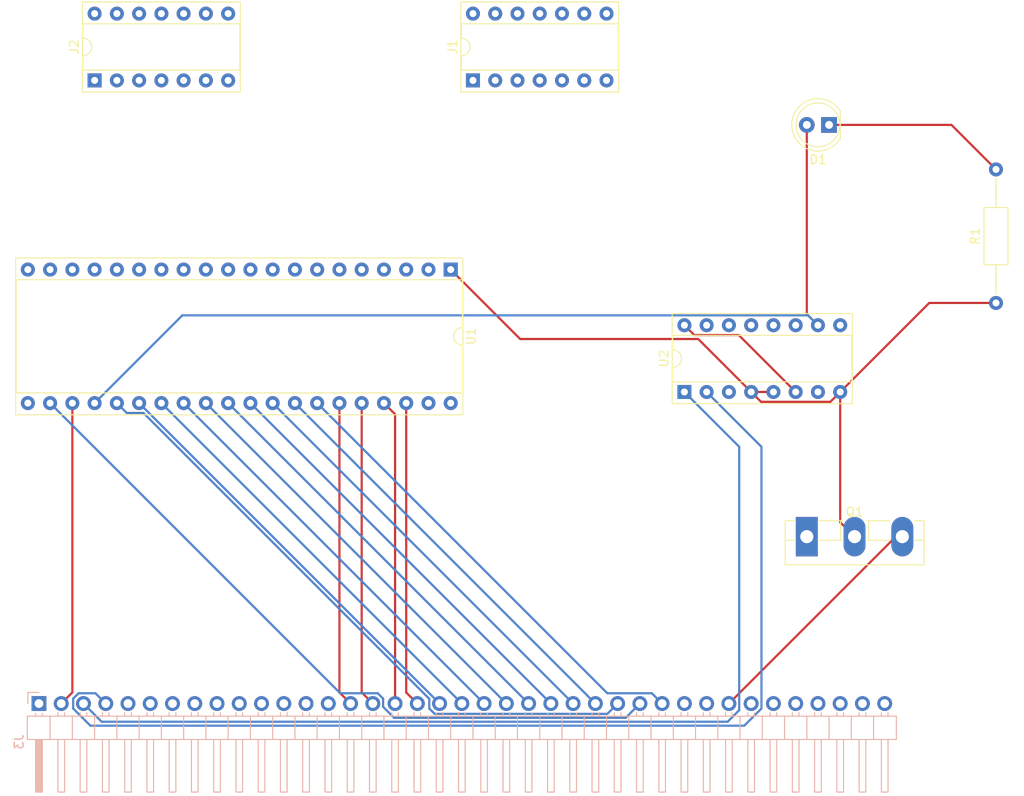
<source format=kicad_pcb>
(kicad_pcb (version 20171130) (host pcbnew 5.1.9)

  (general
    (thickness 1.6)
    (drawings 0)
    (tracks 72)
    (zones 0)
    (modules 8)
    (nets 68)
  )

  (page A4)
  (layers
    (0 F.Cu signal)
    (31 B.Cu signal)
    (32 B.Adhes user)
    (33 F.Adhes user)
    (34 B.Paste user)
    (35 F.Paste user)
    (36 B.SilkS user)
    (37 F.SilkS user)
    (38 B.Mask user)
    (39 F.Mask user)
    (40 Dwgs.User user)
    (41 Cmts.User user)
    (42 Eco1.User user)
    (43 Eco2.User user)
    (44 Edge.Cuts user)
    (45 Margin user)
    (46 B.CrtYd user)
    (47 F.CrtYd user)
    (48 B.Fab user)
    (49 F.Fab user)
  )

  (setup
    (last_trace_width 0.25)
    (trace_clearance 0.2)
    (zone_clearance 0.508)
    (zone_45_only no)
    (trace_min 0.2)
    (via_size 0.8)
    (via_drill 0.4)
    (via_min_size 0.4)
    (via_min_drill 0.3)
    (uvia_size 0.3)
    (uvia_drill 0.1)
    (uvias_allowed no)
    (uvia_min_size 0.2)
    (uvia_min_drill 0.1)
    (edge_width 0.05)
    (segment_width 0.2)
    (pcb_text_width 0.3)
    (pcb_text_size 1.5 1.5)
    (mod_edge_width 0.12)
    (mod_text_size 1 1)
    (mod_text_width 0.15)
    (pad_size 1.524 1.524)
    (pad_drill 0.762)
    (pad_to_mask_clearance 0)
    (aux_axis_origin 0 0)
    (visible_elements FFFFFF7F)
    (pcbplotparams
      (layerselection 0x010fc_ffffffff)
      (usegerberextensions false)
      (usegerberattributes true)
      (usegerberadvancedattributes true)
      (creategerberjobfile true)
      (excludeedgelayer true)
      (linewidth 0.100000)
      (plotframeref false)
      (viasonmask false)
      (mode 1)
      (useauxorigin false)
      (hpglpennumber 1)
      (hpglpenspeed 20)
      (hpglpendiameter 15.000000)
      (psnegative false)
      (psa4output false)
      (plotreference true)
      (plotvalue true)
      (plotinvisibletext false)
      (padsonsilk false)
      (subtractmaskfromsilk false)
      (outputformat 1)
      (mirror false)
      (drillshape 1)
      (scaleselection 1)
      (outputdirectory ""))
  )

  (net 0 "")
  (net 1 "Net-(D1-Pad1)")
  (net 2 "Net-(D1-Pad2)")
  (net 3 GND)
  (net 4 /PA4)
  (net 5 "Net-(J1-Pad2)")
  (net 6 /PA5)
  (net 7 /CA1)
  (net 8 /PA6)
  (net 9 /PA0)
  (net 10 /PA7)
  (net 11 /PA1)
  (net 12 /CA2)
  (net 13 /PA2)
  (net 14 "Net-(J1-Pad13)")
  (net 15 /PA3)
  (net 16 +5V)
  (net 17 /PB3)
  (net 18 "Net-(J2-Pad13)")
  (net 19 /PB2)
  (net 20 /CB2)
  (net 21 /PB1)
  (net 22 /PB7)
  (net 23 /PB0)
  (net 24 /PB6)
  (net 25 /CB1)
  (net 26 /PB5)
  (net 27 "Net-(J2-Pad2)")
  (net 28 /PB4)
  (net 29 /A15)
  (net 30 /A14)
  (net 31 "Net-(J3-Pad5)")
  (net 32 "Net-(J3-Pad6)")
  (net 33 "Net-(J3-Pad7)")
  (net 34 "Net-(J3-Pad8)")
  (net 35 "Net-(J3-Pad9)")
  (net 36 "Net-(J3-Pad10)")
  (net 37 "Net-(J3-Pad11)")
  (net 38 "Net-(J3-Pad12)")
  (net 39 "Net-(J3-Pad13)")
  (net 40 /A4)
  (net 41 /A3)
  (net 42 /A2)
  (net 43 /A1)
  (net 44 /A0)
  (net 45 /D7)
  (net 46 /D6)
  (net 47 /D5)
  (net 48 /D4)
  (net 49 /D3)
  (net 50 /D2)
  (net 51 /D1)
  (net 52 /D0)
  (net 53 "Net-(J3-Pad27)")
  (net 54 "Net-(J3-Pad28)")
  (net 55 "Net-(J3-Pad29)")
  (net 56 "Net-(J3-Pad30)")
  (net 57 "Net-(J3-Pad31)")
  (net 58 "Net-(J3-Pad32)")
  (net 59 "Net-(J3-Pad33)")
  (net 60 "Net-(Q1-Pad1)")
  (net 61 "Net-(U2-Pad9)")
  (net 62 "Net-(U2-Pad11)")
  (net 63 "Net-(U2-Pad12)")
  (net 64 "Net-(U2-Pad13)")
  (net 65 "Net-(U2-Pad14)")
  (net 66 "Net-(U2-Pad7)")
  (net 67 "Net-(U2-Pad15)")

  (net_class Default "This is the default net class."
    (clearance 0.2)
    (trace_width 0.25)
    (via_dia 0.8)
    (via_drill 0.4)
    (uvia_dia 0.3)
    (uvia_drill 0.1)
    (add_net +5V)
    (add_net /A0)
    (add_net /A1)
    (add_net /A14)
    (add_net /A15)
    (add_net /A2)
    (add_net /A3)
    (add_net /A4)
    (add_net /CA1)
    (add_net /CA2)
    (add_net /CB1)
    (add_net /CB2)
    (add_net /D0)
    (add_net /D1)
    (add_net /D2)
    (add_net /D3)
    (add_net /D4)
    (add_net /D5)
    (add_net /D6)
    (add_net /D7)
    (add_net /PA0)
    (add_net /PA1)
    (add_net /PA2)
    (add_net /PA3)
    (add_net /PA4)
    (add_net /PA5)
    (add_net /PA6)
    (add_net /PA7)
    (add_net /PB0)
    (add_net /PB1)
    (add_net /PB2)
    (add_net /PB3)
    (add_net /PB4)
    (add_net /PB5)
    (add_net /PB6)
    (add_net /PB7)
    (add_net GND)
    (add_net "Net-(D1-Pad1)")
    (add_net "Net-(D1-Pad2)")
    (add_net "Net-(J1-Pad13)")
    (add_net "Net-(J1-Pad2)")
    (add_net "Net-(J2-Pad13)")
    (add_net "Net-(J2-Pad2)")
    (add_net "Net-(J3-Pad10)")
    (add_net "Net-(J3-Pad11)")
    (add_net "Net-(J3-Pad12)")
    (add_net "Net-(J3-Pad13)")
    (add_net "Net-(J3-Pad27)")
    (add_net "Net-(J3-Pad28)")
    (add_net "Net-(J3-Pad29)")
    (add_net "Net-(J3-Pad30)")
    (add_net "Net-(J3-Pad31)")
    (add_net "Net-(J3-Pad32)")
    (add_net "Net-(J3-Pad33)")
    (add_net "Net-(J3-Pad5)")
    (add_net "Net-(J3-Pad6)")
    (add_net "Net-(J3-Pad7)")
    (add_net "Net-(J3-Pad8)")
    (add_net "Net-(J3-Pad9)")
    (add_net "Net-(Q1-Pad1)")
    (add_net "Net-(U2-Pad11)")
    (add_net "Net-(U2-Pad12)")
    (add_net "Net-(U2-Pad13)")
    (add_net "Net-(U2-Pad14)")
    (add_net "Net-(U2-Pad15)")
    (add_net "Net-(U2-Pad7)")
    (add_net "Net-(U2-Pad9)")
  )

  (module Connector_PinHeader_2.54mm:PinHeader_1x39_P2.54mm_Horizontal (layer B.Cu) (tedit 59FED5CB) (tstamp 6065108A)
    (at 54.61 160.02 270)
    (descr "Through hole angled pin header, 1x39, 2.54mm pitch, 6mm pin length, single row")
    (tags "Through hole angled pin header THT 1x39 2.54mm single row")
    (path /605A81DF)
    (fp_text reference J3 (at 4.385 2.27 270) (layer B.SilkS)
      (effects (font (size 1 1) (thickness 0.15)) (justify mirror))
    )
    (fp_text value myBus (at 4.385 -98.79 270) (layer B.Fab)
      (effects (font (size 1 1) (thickness 0.15)) (justify mirror))
    )
    (fp_line (start 2.135 1.27) (end 4.04 1.27) (layer B.Fab) (width 0.1))
    (fp_line (start 4.04 1.27) (end 4.04 -97.79) (layer B.Fab) (width 0.1))
    (fp_line (start 4.04 -97.79) (end 1.5 -97.79) (layer B.Fab) (width 0.1))
    (fp_line (start 1.5 -97.79) (end 1.5 0.635) (layer B.Fab) (width 0.1))
    (fp_line (start 1.5 0.635) (end 2.135 1.27) (layer B.Fab) (width 0.1))
    (fp_line (start -0.32 0.32) (end 1.5 0.32) (layer B.Fab) (width 0.1))
    (fp_line (start -0.32 0.32) (end -0.32 -0.32) (layer B.Fab) (width 0.1))
    (fp_line (start -0.32 -0.32) (end 1.5 -0.32) (layer B.Fab) (width 0.1))
    (fp_line (start 4.04 0.32) (end 10.04 0.32) (layer B.Fab) (width 0.1))
    (fp_line (start 10.04 0.32) (end 10.04 -0.32) (layer B.Fab) (width 0.1))
    (fp_line (start 4.04 -0.32) (end 10.04 -0.32) (layer B.Fab) (width 0.1))
    (fp_line (start -0.32 -2.22) (end 1.5 -2.22) (layer B.Fab) (width 0.1))
    (fp_line (start -0.32 -2.22) (end -0.32 -2.86) (layer B.Fab) (width 0.1))
    (fp_line (start -0.32 -2.86) (end 1.5 -2.86) (layer B.Fab) (width 0.1))
    (fp_line (start 4.04 -2.22) (end 10.04 -2.22) (layer B.Fab) (width 0.1))
    (fp_line (start 10.04 -2.22) (end 10.04 -2.86) (layer B.Fab) (width 0.1))
    (fp_line (start 4.04 -2.86) (end 10.04 -2.86) (layer B.Fab) (width 0.1))
    (fp_line (start -0.32 -4.76) (end 1.5 -4.76) (layer B.Fab) (width 0.1))
    (fp_line (start -0.32 -4.76) (end -0.32 -5.4) (layer B.Fab) (width 0.1))
    (fp_line (start -0.32 -5.4) (end 1.5 -5.4) (layer B.Fab) (width 0.1))
    (fp_line (start 4.04 -4.76) (end 10.04 -4.76) (layer B.Fab) (width 0.1))
    (fp_line (start 10.04 -4.76) (end 10.04 -5.4) (layer B.Fab) (width 0.1))
    (fp_line (start 4.04 -5.4) (end 10.04 -5.4) (layer B.Fab) (width 0.1))
    (fp_line (start -0.32 -7.3) (end 1.5 -7.3) (layer B.Fab) (width 0.1))
    (fp_line (start -0.32 -7.3) (end -0.32 -7.94) (layer B.Fab) (width 0.1))
    (fp_line (start -0.32 -7.94) (end 1.5 -7.94) (layer B.Fab) (width 0.1))
    (fp_line (start 4.04 -7.3) (end 10.04 -7.3) (layer B.Fab) (width 0.1))
    (fp_line (start 10.04 -7.3) (end 10.04 -7.94) (layer B.Fab) (width 0.1))
    (fp_line (start 4.04 -7.94) (end 10.04 -7.94) (layer B.Fab) (width 0.1))
    (fp_line (start -0.32 -9.84) (end 1.5 -9.84) (layer B.Fab) (width 0.1))
    (fp_line (start -0.32 -9.84) (end -0.32 -10.48) (layer B.Fab) (width 0.1))
    (fp_line (start -0.32 -10.48) (end 1.5 -10.48) (layer B.Fab) (width 0.1))
    (fp_line (start 4.04 -9.84) (end 10.04 -9.84) (layer B.Fab) (width 0.1))
    (fp_line (start 10.04 -9.84) (end 10.04 -10.48) (layer B.Fab) (width 0.1))
    (fp_line (start 4.04 -10.48) (end 10.04 -10.48) (layer B.Fab) (width 0.1))
    (fp_line (start -0.32 -12.38) (end 1.5 -12.38) (layer B.Fab) (width 0.1))
    (fp_line (start -0.32 -12.38) (end -0.32 -13.02) (layer B.Fab) (width 0.1))
    (fp_line (start -0.32 -13.02) (end 1.5 -13.02) (layer B.Fab) (width 0.1))
    (fp_line (start 4.04 -12.38) (end 10.04 -12.38) (layer B.Fab) (width 0.1))
    (fp_line (start 10.04 -12.38) (end 10.04 -13.02) (layer B.Fab) (width 0.1))
    (fp_line (start 4.04 -13.02) (end 10.04 -13.02) (layer B.Fab) (width 0.1))
    (fp_line (start -0.32 -14.92) (end 1.5 -14.92) (layer B.Fab) (width 0.1))
    (fp_line (start -0.32 -14.92) (end -0.32 -15.56) (layer B.Fab) (width 0.1))
    (fp_line (start -0.32 -15.56) (end 1.5 -15.56) (layer B.Fab) (width 0.1))
    (fp_line (start 4.04 -14.92) (end 10.04 -14.92) (layer B.Fab) (width 0.1))
    (fp_line (start 10.04 -14.92) (end 10.04 -15.56) (layer B.Fab) (width 0.1))
    (fp_line (start 4.04 -15.56) (end 10.04 -15.56) (layer B.Fab) (width 0.1))
    (fp_line (start -0.32 -17.46) (end 1.5 -17.46) (layer B.Fab) (width 0.1))
    (fp_line (start -0.32 -17.46) (end -0.32 -18.1) (layer B.Fab) (width 0.1))
    (fp_line (start -0.32 -18.1) (end 1.5 -18.1) (layer B.Fab) (width 0.1))
    (fp_line (start 4.04 -17.46) (end 10.04 -17.46) (layer B.Fab) (width 0.1))
    (fp_line (start 10.04 -17.46) (end 10.04 -18.1) (layer B.Fab) (width 0.1))
    (fp_line (start 4.04 -18.1) (end 10.04 -18.1) (layer B.Fab) (width 0.1))
    (fp_line (start -0.32 -20) (end 1.5 -20) (layer B.Fab) (width 0.1))
    (fp_line (start -0.32 -20) (end -0.32 -20.64) (layer B.Fab) (width 0.1))
    (fp_line (start -0.32 -20.64) (end 1.5 -20.64) (layer B.Fab) (width 0.1))
    (fp_line (start 4.04 -20) (end 10.04 -20) (layer B.Fab) (width 0.1))
    (fp_line (start 10.04 -20) (end 10.04 -20.64) (layer B.Fab) (width 0.1))
    (fp_line (start 4.04 -20.64) (end 10.04 -20.64) (layer B.Fab) (width 0.1))
    (fp_line (start -0.32 -22.54) (end 1.5 -22.54) (layer B.Fab) (width 0.1))
    (fp_line (start -0.32 -22.54) (end -0.32 -23.18) (layer B.Fab) (width 0.1))
    (fp_line (start -0.32 -23.18) (end 1.5 -23.18) (layer B.Fab) (width 0.1))
    (fp_line (start 4.04 -22.54) (end 10.04 -22.54) (layer B.Fab) (width 0.1))
    (fp_line (start 10.04 -22.54) (end 10.04 -23.18) (layer B.Fab) (width 0.1))
    (fp_line (start 4.04 -23.18) (end 10.04 -23.18) (layer B.Fab) (width 0.1))
    (fp_line (start -0.32 -25.08) (end 1.5 -25.08) (layer B.Fab) (width 0.1))
    (fp_line (start -0.32 -25.08) (end -0.32 -25.72) (layer B.Fab) (width 0.1))
    (fp_line (start -0.32 -25.72) (end 1.5 -25.72) (layer B.Fab) (width 0.1))
    (fp_line (start 4.04 -25.08) (end 10.04 -25.08) (layer B.Fab) (width 0.1))
    (fp_line (start 10.04 -25.08) (end 10.04 -25.72) (layer B.Fab) (width 0.1))
    (fp_line (start 4.04 -25.72) (end 10.04 -25.72) (layer B.Fab) (width 0.1))
    (fp_line (start -0.32 -27.62) (end 1.5 -27.62) (layer B.Fab) (width 0.1))
    (fp_line (start -0.32 -27.62) (end -0.32 -28.26) (layer B.Fab) (width 0.1))
    (fp_line (start -0.32 -28.26) (end 1.5 -28.26) (layer B.Fab) (width 0.1))
    (fp_line (start 4.04 -27.62) (end 10.04 -27.62) (layer B.Fab) (width 0.1))
    (fp_line (start 10.04 -27.62) (end 10.04 -28.26) (layer B.Fab) (width 0.1))
    (fp_line (start 4.04 -28.26) (end 10.04 -28.26) (layer B.Fab) (width 0.1))
    (fp_line (start -0.32 -30.16) (end 1.5 -30.16) (layer B.Fab) (width 0.1))
    (fp_line (start -0.32 -30.16) (end -0.32 -30.8) (layer B.Fab) (width 0.1))
    (fp_line (start -0.32 -30.8) (end 1.5 -30.8) (layer B.Fab) (width 0.1))
    (fp_line (start 4.04 -30.16) (end 10.04 -30.16) (layer B.Fab) (width 0.1))
    (fp_line (start 10.04 -30.16) (end 10.04 -30.8) (layer B.Fab) (width 0.1))
    (fp_line (start 4.04 -30.8) (end 10.04 -30.8) (layer B.Fab) (width 0.1))
    (fp_line (start -0.32 -32.7) (end 1.5 -32.7) (layer B.Fab) (width 0.1))
    (fp_line (start -0.32 -32.7) (end -0.32 -33.34) (layer B.Fab) (width 0.1))
    (fp_line (start -0.32 -33.34) (end 1.5 -33.34) (layer B.Fab) (width 0.1))
    (fp_line (start 4.04 -32.7) (end 10.04 -32.7) (layer B.Fab) (width 0.1))
    (fp_line (start 10.04 -32.7) (end 10.04 -33.34) (layer B.Fab) (width 0.1))
    (fp_line (start 4.04 -33.34) (end 10.04 -33.34) (layer B.Fab) (width 0.1))
    (fp_line (start -0.32 -35.24) (end 1.5 -35.24) (layer B.Fab) (width 0.1))
    (fp_line (start -0.32 -35.24) (end -0.32 -35.88) (layer B.Fab) (width 0.1))
    (fp_line (start -0.32 -35.88) (end 1.5 -35.88) (layer B.Fab) (width 0.1))
    (fp_line (start 4.04 -35.24) (end 10.04 -35.24) (layer B.Fab) (width 0.1))
    (fp_line (start 10.04 -35.24) (end 10.04 -35.88) (layer B.Fab) (width 0.1))
    (fp_line (start 4.04 -35.88) (end 10.04 -35.88) (layer B.Fab) (width 0.1))
    (fp_line (start -0.32 -37.78) (end 1.5 -37.78) (layer B.Fab) (width 0.1))
    (fp_line (start -0.32 -37.78) (end -0.32 -38.42) (layer B.Fab) (width 0.1))
    (fp_line (start -0.32 -38.42) (end 1.5 -38.42) (layer B.Fab) (width 0.1))
    (fp_line (start 4.04 -37.78) (end 10.04 -37.78) (layer B.Fab) (width 0.1))
    (fp_line (start 10.04 -37.78) (end 10.04 -38.42) (layer B.Fab) (width 0.1))
    (fp_line (start 4.04 -38.42) (end 10.04 -38.42) (layer B.Fab) (width 0.1))
    (fp_line (start -0.32 -40.32) (end 1.5 -40.32) (layer B.Fab) (width 0.1))
    (fp_line (start -0.32 -40.32) (end -0.32 -40.96) (layer B.Fab) (width 0.1))
    (fp_line (start -0.32 -40.96) (end 1.5 -40.96) (layer B.Fab) (width 0.1))
    (fp_line (start 4.04 -40.32) (end 10.04 -40.32) (layer B.Fab) (width 0.1))
    (fp_line (start 10.04 -40.32) (end 10.04 -40.96) (layer B.Fab) (width 0.1))
    (fp_line (start 4.04 -40.96) (end 10.04 -40.96) (layer B.Fab) (width 0.1))
    (fp_line (start -0.32 -42.86) (end 1.5 -42.86) (layer B.Fab) (width 0.1))
    (fp_line (start -0.32 -42.86) (end -0.32 -43.5) (layer B.Fab) (width 0.1))
    (fp_line (start -0.32 -43.5) (end 1.5 -43.5) (layer B.Fab) (width 0.1))
    (fp_line (start 4.04 -42.86) (end 10.04 -42.86) (layer B.Fab) (width 0.1))
    (fp_line (start 10.04 -42.86) (end 10.04 -43.5) (layer B.Fab) (width 0.1))
    (fp_line (start 4.04 -43.5) (end 10.04 -43.5) (layer B.Fab) (width 0.1))
    (fp_line (start -0.32 -45.4) (end 1.5 -45.4) (layer B.Fab) (width 0.1))
    (fp_line (start -0.32 -45.4) (end -0.32 -46.04) (layer B.Fab) (width 0.1))
    (fp_line (start -0.32 -46.04) (end 1.5 -46.04) (layer B.Fab) (width 0.1))
    (fp_line (start 4.04 -45.4) (end 10.04 -45.4) (layer B.Fab) (width 0.1))
    (fp_line (start 10.04 -45.4) (end 10.04 -46.04) (layer B.Fab) (width 0.1))
    (fp_line (start 4.04 -46.04) (end 10.04 -46.04) (layer B.Fab) (width 0.1))
    (fp_line (start -0.32 -47.94) (end 1.5 -47.94) (layer B.Fab) (width 0.1))
    (fp_line (start -0.32 -47.94) (end -0.32 -48.58) (layer B.Fab) (width 0.1))
    (fp_line (start -0.32 -48.58) (end 1.5 -48.58) (layer B.Fab) (width 0.1))
    (fp_line (start 4.04 -47.94) (end 10.04 -47.94) (layer B.Fab) (width 0.1))
    (fp_line (start 10.04 -47.94) (end 10.04 -48.58) (layer B.Fab) (width 0.1))
    (fp_line (start 4.04 -48.58) (end 10.04 -48.58) (layer B.Fab) (width 0.1))
    (fp_line (start -0.32 -50.48) (end 1.5 -50.48) (layer B.Fab) (width 0.1))
    (fp_line (start -0.32 -50.48) (end -0.32 -51.12) (layer B.Fab) (width 0.1))
    (fp_line (start -0.32 -51.12) (end 1.5 -51.12) (layer B.Fab) (width 0.1))
    (fp_line (start 4.04 -50.48) (end 10.04 -50.48) (layer B.Fab) (width 0.1))
    (fp_line (start 10.04 -50.48) (end 10.04 -51.12) (layer B.Fab) (width 0.1))
    (fp_line (start 4.04 -51.12) (end 10.04 -51.12) (layer B.Fab) (width 0.1))
    (fp_line (start -0.32 -53.02) (end 1.5 -53.02) (layer B.Fab) (width 0.1))
    (fp_line (start -0.32 -53.02) (end -0.32 -53.66) (layer B.Fab) (width 0.1))
    (fp_line (start -0.32 -53.66) (end 1.5 -53.66) (layer B.Fab) (width 0.1))
    (fp_line (start 4.04 -53.02) (end 10.04 -53.02) (layer B.Fab) (width 0.1))
    (fp_line (start 10.04 -53.02) (end 10.04 -53.66) (layer B.Fab) (width 0.1))
    (fp_line (start 4.04 -53.66) (end 10.04 -53.66) (layer B.Fab) (width 0.1))
    (fp_line (start -0.32 -55.56) (end 1.5 -55.56) (layer B.Fab) (width 0.1))
    (fp_line (start -0.32 -55.56) (end -0.32 -56.2) (layer B.Fab) (width 0.1))
    (fp_line (start -0.32 -56.2) (end 1.5 -56.2) (layer B.Fab) (width 0.1))
    (fp_line (start 4.04 -55.56) (end 10.04 -55.56) (layer B.Fab) (width 0.1))
    (fp_line (start 10.04 -55.56) (end 10.04 -56.2) (layer B.Fab) (width 0.1))
    (fp_line (start 4.04 -56.2) (end 10.04 -56.2) (layer B.Fab) (width 0.1))
    (fp_line (start -0.32 -58.1) (end 1.5 -58.1) (layer B.Fab) (width 0.1))
    (fp_line (start -0.32 -58.1) (end -0.32 -58.74) (layer B.Fab) (width 0.1))
    (fp_line (start -0.32 -58.74) (end 1.5 -58.74) (layer B.Fab) (width 0.1))
    (fp_line (start 4.04 -58.1) (end 10.04 -58.1) (layer B.Fab) (width 0.1))
    (fp_line (start 10.04 -58.1) (end 10.04 -58.74) (layer B.Fab) (width 0.1))
    (fp_line (start 4.04 -58.74) (end 10.04 -58.74) (layer B.Fab) (width 0.1))
    (fp_line (start -0.32 -60.64) (end 1.5 -60.64) (layer B.Fab) (width 0.1))
    (fp_line (start -0.32 -60.64) (end -0.32 -61.28) (layer B.Fab) (width 0.1))
    (fp_line (start -0.32 -61.28) (end 1.5 -61.28) (layer B.Fab) (width 0.1))
    (fp_line (start 4.04 -60.64) (end 10.04 -60.64) (layer B.Fab) (width 0.1))
    (fp_line (start 10.04 -60.64) (end 10.04 -61.28) (layer B.Fab) (width 0.1))
    (fp_line (start 4.04 -61.28) (end 10.04 -61.28) (layer B.Fab) (width 0.1))
    (fp_line (start -0.32 -63.18) (end 1.5 -63.18) (layer B.Fab) (width 0.1))
    (fp_line (start -0.32 -63.18) (end -0.32 -63.82) (layer B.Fab) (width 0.1))
    (fp_line (start -0.32 -63.82) (end 1.5 -63.82) (layer B.Fab) (width 0.1))
    (fp_line (start 4.04 -63.18) (end 10.04 -63.18) (layer B.Fab) (width 0.1))
    (fp_line (start 10.04 -63.18) (end 10.04 -63.82) (layer B.Fab) (width 0.1))
    (fp_line (start 4.04 -63.82) (end 10.04 -63.82) (layer B.Fab) (width 0.1))
    (fp_line (start -0.32 -65.72) (end 1.5 -65.72) (layer B.Fab) (width 0.1))
    (fp_line (start -0.32 -65.72) (end -0.32 -66.36) (layer B.Fab) (width 0.1))
    (fp_line (start -0.32 -66.36) (end 1.5 -66.36) (layer B.Fab) (width 0.1))
    (fp_line (start 4.04 -65.72) (end 10.04 -65.72) (layer B.Fab) (width 0.1))
    (fp_line (start 10.04 -65.72) (end 10.04 -66.36) (layer B.Fab) (width 0.1))
    (fp_line (start 4.04 -66.36) (end 10.04 -66.36) (layer B.Fab) (width 0.1))
    (fp_line (start -0.32 -68.26) (end 1.5 -68.26) (layer B.Fab) (width 0.1))
    (fp_line (start -0.32 -68.26) (end -0.32 -68.9) (layer B.Fab) (width 0.1))
    (fp_line (start -0.32 -68.9) (end 1.5 -68.9) (layer B.Fab) (width 0.1))
    (fp_line (start 4.04 -68.26) (end 10.04 -68.26) (layer B.Fab) (width 0.1))
    (fp_line (start 10.04 -68.26) (end 10.04 -68.9) (layer B.Fab) (width 0.1))
    (fp_line (start 4.04 -68.9) (end 10.04 -68.9) (layer B.Fab) (width 0.1))
    (fp_line (start -0.32 -70.8) (end 1.5 -70.8) (layer B.Fab) (width 0.1))
    (fp_line (start -0.32 -70.8) (end -0.32 -71.44) (layer B.Fab) (width 0.1))
    (fp_line (start -0.32 -71.44) (end 1.5 -71.44) (layer B.Fab) (width 0.1))
    (fp_line (start 4.04 -70.8) (end 10.04 -70.8) (layer B.Fab) (width 0.1))
    (fp_line (start 10.04 -70.8) (end 10.04 -71.44) (layer B.Fab) (width 0.1))
    (fp_line (start 4.04 -71.44) (end 10.04 -71.44) (layer B.Fab) (width 0.1))
    (fp_line (start -0.32 -73.34) (end 1.5 -73.34) (layer B.Fab) (width 0.1))
    (fp_line (start -0.32 -73.34) (end -0.32 -73.98) (layer B.Fab) (width 0.1))
    (fp_line (start -0.32 -73.98) (end 1.5 -73.98) (layer B.Fab) (width 0.1))
    (fp_line (start 4.04 -73.34) (end 10.04 -73.34) (layer B.Fab) (width 0.1))
    (fp_line (start 10.04 -73.34) (end 10.04 -73.98) (layer B.Fab) (width 0.1))
    (fp_line (start 4.04 -73.98) (end 10.04 -73.98) (layer B.Fab) (width 0.1))
    (fp_line (start -0.32 -75.88) (end 1.5 -75.88) (layer B.Fab) (width 0.1))
    (fp_line (start -0.32 -75.88) (end -0.32 -76.52) (layer B.Fab) (width 0.1))
    (fp_line (start -0.32 -76.52) (end 1.5 -76.52) (layer B.Fab) (width 0.1))
    (fp_line (start 4.04 -75.88) (end 10.04 -75.88) (layer B.Fab) (width 0.1))
    (fp_line (start 10.04 -75.88) (end 10.04 -76.52) (layer B.Fab) (width 0.1))
    (fp_line (start 4.04 -76.52) (end 10.04 -76.52) (layer B.Fab) (width 0.1))
    (fp_line (start -0.32 -78.42) (end 1.5 -78.42) (layer B.Fab) (width 0.1))
    (fp_line (start -0.32 -78.42) (end -0.32 -79.06) (layer B.Fab) (width 0.1))
    (fp_line (start -0.32 -79.06) (end 1.5 -79.06) (layer B.Fab) (width 0.1))
    (fp_line (start 4.04 -78.42) (end 10.04 -78.42) (layer B.Fab) (width 0.1))
    (fp_line (start 10.04 -78.42) (end 10.04 -79.06) (layer B.Fab) (width 0.1))
    (fp_line (start 4.04 -79.06) (end 10.04 -79.06) (layer B.Fab) (width 0.1))
    (fp_line (start -0.32 -80.96) (end 1.5 -80.96) (layer B.Fab) (width 0.1))
    (fp_line (start -0.32 -80.96) (end -0.32 -81.6) (layer B.Fab) (width 0.1))
    (fp_line (start -0.32 -81.6) (end 1.5 -81.6) (layer B.Fab) (width 0.1))
    (fp_line (start 4.04 -80.96) (end 10.04 -80.96) (layer B.Fab) (width 0.1))
    (fp_line (start 10.04 -80.96) (end 10.04 -81.6) (layer B.Fab) (width 0.1))
    (fp_line (start 4.04 -81.6) (end 10.04 -81.6) (layer B.Fab) (width 0.1))
    (fp_line (start -0.32 -83.5) (end 1.5 -83.5) (layer B.Fab) (width 0.1))
    (fp_line (start -0.32 -83.5) (end -0.32 -84.14) (layer B.Fab) (width 0.1))
    (fp_line (start -0.32 -84.14) (end 1.5 -84.14) (layer B.Fab) (width 0.1))
    (fp_line (start 4.04 -83.5) (end 10.04 -83.5) (layer B.Fab) (width 0.1))
    (fp_line (start 10.04 -83.5) (end 10.04 -84.14) (layer B.Fab) (width 0.1))
    (fp_line (start 4.04 -84.14) (end 10.04 -84.14) (layer B.Fab) (width 0.1))
    (fp_line (start -0.32 -86.04) (end 1.5 -86.04) (layer B.Fab) (width 0.1))
    (fp_line (start -0.32 -86.04) (end -0.32 -86.68) (layer B.Fab) (width 0.1))
    (fp_line (start -0.32 -86.68) (end 1.5 -86.68) (layer B.Fab) (width 0.1))
    (fp_line (start 4.04 -86.04) (end 10.04 -86.04) (layer B.Fab) (width 0.1))
    (fp_line (start 10.04 -86.04) (end 10.04 -86.68) (layer B.Fab) (width 0.1))
    (fp_line (start 4.04 -86.68) (end 10.04 -86.68) (layer B.Fab) (width 0.1))
    (fp_line (start -0.32 -88.58) (end 1.5 -88.58) (layer B.Fab) (width 0.1))
    (fp_line (start -0.32 -88.58) (end -0.32 -89.22) (layer B.Fab) (width 0.1))
    (fp_line (start -0.32 -89.22) (end 1.5 -89.22) (layer B.Fab) (width 0.1))
    (fp_line (start 4.04 -88.58) (end 10.04 -88.58) (layer B.Fab) (width 0.1))
    (fp_line (start 10.04 -88.58) (end 10.04 -89.22) (layer B.Fab) (width 0.1))
    (fp_line (start 4.04 -89.22) (end 10.04 -89.22) (layer B.Fab) (width 0.1))
    (fp_line (start -0.32 -91.12) (end 1.5 -91.12) (layer B.Fab) (width 0.1))
    (fp_line (start -0.32 -91.12) (end -0.32 -91.76) (layer B.Fab) (width 0.1))
    (fp_line (start -0.32 -91.76) (end 1.5 -91.76) (layer B.Fab) (width 0.1))
    (fp_line (start 4.04 -91.12) (end 10.04 -91.12) (layer B.Fab) (width 0.1))
    (fp_line (start 10.04 -91.12) (end 10.04 -91.76) (layer B.Fab) (width 0.1))
    (fp_line (start 4.04 -91.76) (end 10.04 -91.76) (layer B.Fab) (width 0.1))
    (fp_line (start -0.32 -93.66) (end 1.5 -93.66) (layer B.Fab) (width 0.1))
    (fp_line (start -0.32 -93.66) (end -0.32 -94.3) (layer B.Fab) (width 0.1))
    (fp_line (start -0.32 -94.3) (end 1.5 -94.3) (layer B.Fab) (width 0.1))
    (fp_line (start 4.04 -93.66) (end 10.04 -93.66) (layer B.Fab) (width 0.1))
    (fp_line (start 10.04 -93.66) (end 10.04 -94.3) (layer B.Fab) (width 0.1))
    (fp_line (start 4.04 -94.3) (end 10.04 -94.3) (layer B.Fab) (width 0.1))
    (fp_line (start -0.32 -96.2) (end 1.5 -96.2) (layer B.Fab) (width 0.1))
    (fp_line (start -0.32 -96.2) (end -0.32 -96.84) (layer B.Fab) (width 0.1))
    (fp_line (start -0.32 -96.84) (end 1.5 -96.84) (layer B.Fab) (width 0.1))
    (fp_line (start 4.04 -96.2) (end 10.04 -96.2) (layer B.Fab) (width 0.1))
    (fp_line (start 10.04 -96.2) (end 10.04 -96.84) (layer B.Fab) (width 0.1))
    (fp_line (start 4.04 -96.84) (end 10.04 -96.84) (layer B.Fab) (width 0.1))
    (fp_line (start 1.44 1.33) (end 1.44 -97.85) (layer B.SilkS) (width 0.12))
    (fp_line (start 1.44 -97.85) (end 4.1 -97.85) (layer B.SilkS) (width 0.12))
    (fp_line (start 4.1 -97.85) (end 4.1 1.33) (layer B.SilkS) (width 0.12))
    (fp_line (start 4.1 1.33) (end 1.44 1.33) (layer B.SilkS) (width 0.12))
    (fp_line (start 4.1 0.38) (end 10.1 0.38) (layer B.SilkS) (width 0.12))
    (fp_line (start 10.1 0.38) (end 10.1 -0.38) (layer B.SilkS) (width 0.12))
    (fp_line (start 10.1 -0.38) (end 4.1 -0.38) (layer B.SilkS) (width 0.12))
    (fp_line (start 4.1 0.32) (end 10.1 0.32) (layer B.SilkS) (width 0.12))
    (fp_line (start 4.1 0.2) (end 10.1 0.2) (layer B.SilkS) (width 0.12))
    (fp_line (start 4.1 0.08) (end 10.1 0.08) (layer B.SilkS) (width 0.12))
    (fp_line (start 4.1 -0.04) (end 10.1 -0.04) (layer B.SilkS) (width 0.12))
    (fp_line (start 4.1 -0.16) (end 10.1 -0.16) (layer B.SilkS) (width 0.12))
    (fp_line (start 4.1 -0.28) (end 10.1 -0.28) (layer B.SilkS) (width 0.12))
    (fp_line (start 1.11 0.38) (end 1.44 0.38) (layer B.SilkS) (width 0.12))
    (fp_line (start 1.11 -0.38) (end 1.44 -0.38) (layer B.SilkS) (width 0.12))
    (fp_line (start 1.44 -1.27) (end 4.1 -1.27) (layer B.SilkS) (width 0.12))
    (fp_line (start 4.1 -2.16) (end 10.1 -2.16) (layer B.SilkS) (width 0.12))
    (fp_line (start 10.1 -2.16) (end 10.1 -2.92) (layer B.SilkS) (width 0.12))
    (fp_line (start 10.1 -2.92) (end 4.1 -2.92) (layer B.SilkS) (width 0.12))
    (fp_line (start 1.042929 -2.16) (end 1.44 -2.16) (layer B.SilkS) (width 0.12))
    (fp_line (start 1.042929 -2.92) (end 1.44 -2.92) (layer B.SilkS) (width 0.12))
    (fp_line (start 1.44 -3.81) (end 4.1 -3.81) (layer B.SilkS) (width 0.12))
    (fp_line (start 4.1 -4.7) (end 10.1 -4.7) (layer B.SilkS) (width 0.12))
    (fp_line (start 10.1 -4.7) (end 10.1 -5.46) (layer B.SilkS) (width 0.12))
    (fp_line (start 10.1 -5.46) (end 4.1 -5.46) (layer B.SilkS) (width 0.12))
    (fp_line (start 1.042929 -4.7) (end 1.44 -4.7) (layer B.SilkS) (width 0.12))
    (fp_line (start 1.042929 -5.46) (end 1.44 -5.46) (layer B.SilkS) (width 0.12))
    (fp_line (start 1.44 -6.35) (end 4.1 -6.35) (layer B.SilkS) (width 0.12))
    (fp_line (start 4.1 -7.24) (end 10.1 -7.24) (layer B.SilkS) (width 0.12))
    (fp_line (start 10.1 -7.24) (end 10.1 -8) (layer B.SilkS) (width 0.12))
    (fp_line (start 10.1 -8) (end 4.1 -8) (layer B.SilkS) (width 0.12))
    (fp_line (start 1.042929 -7.24) (end 1.44 -7.24) (layer B.SilkS) (width 0.12))
    (fp_line (start 1.042929 -8) (end 1.44 -8) (layer B.SilkS) (width 0.12))
    (fp_line (start 1.44 -8.89) (end 4.1 -8.89) (layer B.SilkS) (width 0.12))
    (fp_line (start 4.1 -9.78) (end 10.1 -9.78) (layer B.SilkS) (width 0.12))
    (fp_line (start 10.1 -9.78) (end 10.1 -10.54) (layer B.SilkS) (width 0.12))
    (fp_line (start 10.1 -10.54) (end 4.1 -10.54) (layer B.SilkS) (width 0.12))
    (fp_line (start 1.042929 -9.78) (end 1.44 -9.78) (layer B.SilkS) (width 0.12))
    (fp_line (start 1.042929 -10.54) (end 1.44 -10.54) (layer B.SilkS) (width 0.12))
    (fp_line (start 1.44 -11.43) (end 4.1 -11.43) (layer B.SilkS) (width 0.12))
    (fp_line (start 4.1 -12.32) (end 10.1 -12.32) (layer B.SilkS) (width 0.12))
    (fp_line (start 10.1 -12.32) (end 10.1 -13.08) (layer B.SilkS) (width 0.12))
    (fp_line (start 10.1 -13.08) (end 4.1 -13.08) (layer B.SilkS) (width 0.12))
    (fp_line (start 1.042929 -12.32) (end 1.44 -12.32) (layer B.SilkS) (width 0.12))
    (fp_line (start 1.042929 -13.08) (end 1.44 -13.08) (layer B.SilkS) (width 0.12))
    (fp_line (start 1.44 -13.97) (end 4.1 -13.97) (layer B.SilkS) (width 0.12))
    (fp_line (start 4.1 -14.86) (end 10.1 -14.86) (layer B.SilkS) (width 0.12))
    (fp_line (start 10.1 -14.86) (end 10.1 -15.62) (layer B.SilkS) (width 0.12))
    (fp_line (start 10.1 -15.62) (end 4.1 -15.62) (layer B.SilkS) (width 0.12))
    (fp_line (start 1.042929 -14.86) (end 1.44 -14.86) (layer B.SilkS) (width 0.12))
    (fp_line (start 1.042929 -15.62) (end 1.44 -15.62) (layer B.SilkS) (width 0.12))
    (fp_line (start 1.44 -16.51) (end 4.1 -16.51) (layer B.SilkS) (width 0.12))
    (fp_line (start 4.1 -17.4) (end 10.1 -17.4) (layer B.SilkS) (width 0.12))
    (fp_line (start 10.1 -17.4) (end 10.1 -18.16) (layer B.SilkS) (width 0.12))
    (fp_line (start 10.1 -18.16) (end 4.1 -18.16) (layer B.SilkS) (width 0.12))
    (fp_line (start 1.042929 -17.4) (end 1.44 -17.4) (layer B.SilkS) (width 0.12))
    (fp_line (start 1.042929 -18.16) (end 1.44 -18.16) (layer B.SilkS) (width 0.12))
    (fp_line (start 1.44 -19.05) (end 4.1 -19.05) (layer B.SilkS) (width 0.12))
    (fp_line (start 4.1 -19.94) (end 10.1 -19.94) (layer B.SilkS) (width 0.12))
    (fp_line (start 10.1 -19.94) (end 10.1 -20.7) (layer B.SilkS) (width 0.12))
    (fp_line (start 10.1 -20.7) (end 4.1 -20.7) (layer B.SilkS) (width 0.12))
    (fp_line (start 1.042929 -19.94) (end 1.44 -19.94) (layer B.SilkS) (width 0.12))
    (fp_line (start 1.042929 -20.7) (end 1.44 -20.7) (layer B.SilkS) (width 0.12))
    (fp_line (start 1.44 -21.59) (end 4.1 -21.59) (layer B.SilkS) (width 0.12))
    (fp_line (start 4.1 -22.48) (end 10.1 -22.48) (layer B.SilkS) (width 0.12))
    (fp_line (start 10.1 -22.48) (end 10.1 -23.24) (layer B.SilkS) (width 0.12))
    (fp_line (start 10.1 -23.24) (end 4.1 -23.24) (layer B.SilkS) (width 0.12))
    (fp_line (start 1.042929 -22.48) (end 1.44 -22.48) (layer B.SilkS) (width 0.12))
    (fp_line (start 1.042929 -23.24) (end 1.44 -23.24) (layer B.SilkS) (width 0.12))
    (fp_line (start 1.44 -24.13) (end 4.1 -24.13) (layer B.SilkS) (width 0.12))
    (fp_line (start 4.1 -25.02) (end 10.1 -25.02) (layer B.SilkS) (width 0.12))
    (fp_line (start 10.1 -25.02) (end 10.1 -25.78) (layer B.SilkS) (width 0.12))
    (fp_line (start 10.1 -25.78) (end 4.1 -25.78) (layer B.SilkS) (width 0.12))
    (fp_line (start 1.042929 -25.02) (end 1.44 -25.02) (layer B.SilkS) (width 0.12))
    (fp_line (start 1.042929 -25.78) (end 1.44 -25.78) (layer B.SilkS) (width 0.12))
    (fp_line (start 1.44 -26.67) (end 4.1 -26.67) (layer B.SilkS) (width 0.12))
    (fp_line (start 4.1 -27.56) (end 10.1 -27.56) (layer B.SilkS) (width 0.12))
    (fp_line (start 10.1 -27.56) (end 10.1 -28.32) (layer B.SilkS) (width 0.12))
    (fp_line (start 10.1 -28.32) (end 4.1 -28.32) (layer B.SilkS) (width 0.12))
    (fp_line (start 1.042929 -27.56) (end 1.44 -27.56) (layer B.SilkS) (width 0.12))
    (fp_line (start 1.042929 -28.32) (end 1.44 -28.32) (layer B.SilkS) (width 0.12))
    (fp_line (start 1.44 -29.21) (end 4.1 -29.21) (layer B.SilkS) (width 0.12))
    (fp_line (start 4.1 -30.1) (end 10.1 -30.1) (layer B.SilkS) (width 0.12))
    (fp_line (start 10.1 -30.1) (end 10.1 -30.86) (layer B.SilkS) (width 0.12))
    (fp_line (start 10.1 -30.86) (end 4.1 -30.86) (layer B.SilkS) (width 0.12))
    (fp_line (start 1.042929 -30.1) (end 1.44 -30.1) (layer B.SilkS) (width 0.12))
    (fp_line (start 1.042929 -30.86) (end 1.44 -30.86) (layer B.SilkS) (width 0.12))
    (fp_line (start 1.44 -31.75) (end 4.1 -31.75) (layer B.SilkS) (width 0.12))
    (fp_line (start 4.1 -32.64) (end 10.1 -32.64) (layer B.SilkS) (width 0.12))
    (fp_line (start 10.1 -32.64) (end 10.1 -33.4) (layer B.SilkS) (width 0.12))
    (fp_line (start 10.1 -33.4) (end 4.1 -33.4) (layer B.SilkS) (width 0.12))
    (fp_line (start 1.042929 -32.64) (end 1.44 -32.64) (layer B.SilkS) (width 0.12))
    (fp_line (start 1.042929 -33.4) (end 1.44 -33.4) (layer B.SilkS) (width 0.12))
    (fp_line (start 1.44 -34.29) (end 4.1 -34.29) (layer B.SilkS) (width 0.12))
    (fp_line (start 4.1 -35.18) (end 10.1 -35.18) (layer B.SilkS) (width 0.12))
    (fp_line (start 10.1 -35.18) (end 10.1 -35.94) (layer B.SilkS) (width 0.12))
    (fp_line (start 10.1 -35.94) (end 4.1 -35.94) (layer B.SilkS) (width 0.12))
    (fp_line (start 1.042929 -35.18) (end 1.44 -35.18) (layer B.SilkS) (width 0.12))
    (fp_line (start 1.042929 -35.94) (end 1.44 -35.94) (layer B.SilkS) (width 0.12))
    (fp_line (start 1.44 -36.83) (end 4.1 -36.83) (layer B.SilkS) (width 0.12))
    (fp_line (start 4.1 -37.72) (end 10.1 -37.72) (layer B.SilkS) (width 0.12))
    (fp_line (start 10.1 -37.72) (end 10.1 -38.48) (layer B.SilkS) (width 0.12))
    (fp_line (start 10.1 -38.48) (end 4.1 -38.48) (layer B.SilkS) (width 0.12))
    (fp_line (start 1.042929 -37.72) (end 1.44 -37.72) (layer B.SilkS) (width 0.12))
    (fp_line (start 1.042929 -38.48) (end 1.44 -38.48) (layer B.SilkS) (width 0.12))
    (fp_line (start 1.44 -39.37) (end 4.1 -39.37) (layer B.SilkS) (width 0.12))
    (fp_line (start 4.1 -40.26) (end 10.1 -40.26) (layer B.SilkS) (width 0.12))
    (fp_line (start 10.1 -40.26) (end 10.1 -41.02) (layer B.SilkS) (width 0.12))
    (fp_line (start 10.1 -41.02) (end 4.1 -41.02) (layer B.SilkS) (width 0.12))
    (fp_line (start 1.042929 -40.26) (end 1.44 -40.26) (layer B.SilkS) (width 0.12))
    (fp_line (start 1.042929 -41.02) (end 1.44 -41.02) (layer B.SilkS) (width 0.12))
    (fp_line (start 1.44 -41.91) (end 4.1 -41.91) (layer B.SilkS) (width 0.12))
    (fp_line (start 4.1 -42.8) (end 10.1 -42.8) (layer B.SilkS) (width 0.12))
    (fp_line (start 10.1 -42.8) (end 10.1 -43.56) (layer B.SilkS) (width 0.12))
    (fp_line (start 10.1 -43.56) (end 4.1 -43.56) (layer B.SilkS) (width 0.12))
    (fp_line (start 1.042929 -42.8) (end 1.44 -42.8) (layer B.SilkS) (width 0.12))
    (fp_line (start 1.042929 -43.56) (end 1.44 -43.56) (layer B.SilkS) (width 0.12))
    (fp_line (start 1.44 -44.45) (end 4.1 -44.45) (layer B.SilkS) (width 0.12))
    (fp_line (start 4.1 -45.34) (end 10.1 -45.34) (layer B.SilkS) (width 0.12))
    (fp_line (start 10.1 -45.34) (end 10.1 -46.1) (layer B.SilkS) (width 0.12))
    (fp_line (start 10.1 -46.1) (end 4.1 -46.1) (layer B.SilkS) (width 0.12))
    (fp_line (start 1.042929 -45.34) (end 1.44 -45.34) (layer B.SilkS) (width 0.12))
    (fp_line (start 1.042929 -46.1) (end 1.44 -46.1) (layer B.SilkS) (width 0.12))
    (fp_line (start 1.44 -46.99) (end 4.1 -46.99) (layer B.SilkS) (width 0.12))
    (fp_line (start 4.1 -47.88) (end 10.1 -47.88) (layer B.SilkS) (width 0.12))
    (fp_line (start 10.1 -47.88) (end 10.1 -48.64) (layer B.SilkS) (width 0.12))
    (fp_line (start 10.1 -48.64) (end 4.1 -48.64) (layer B.SilkS) (width 0.12))
    (fp_line (start 1.042929 -47.88) (end 1.44 -47.88) (layer B.SilkS) (width 0.12))
    (fp_line (start 1.042929 -48.64) (end 1.44 -48.64) (layer B.SilkS) (width 0.12))
    (fp_line (start 1.44 -49.53) (end 4.1 -49.53) (layer B.SilkS) (width 0.12))
    (fp_line (start 4.1 -50.42) (end 10.1 -50.42) (layer B.SilkS) (width 0.12))
    (fp_line (start 10.1 -50.42) (end 10.1 -51.18) (layer B.SilkS) (width 0.12))
    (fp_line (start 10.1 -51.18) (end 4.1 -51.18) (layer B.SilkS) (width 0.12))
    (fp_line (start 1.042929 -50.42) (end 1.44 -50.42) (layer B.SilkS) (width 0.12))
    (fp_line (start 1.042929 -51.18) (end 1.44 -51.18) (layer B.SilkS) (width 0.12))
    (fp_line (start 1.44 -52.07) (end 4.1 -52.07) (layer B.SilkS) (width 0.12))
    (fp_line (start 4.1 -52.96) (end 10.1 -52.96) (layer B.SilkS) (width 0.12))
    (fp_line (start 10.1 -52.96) (end 10.1 -53.72) (layer B.SilkS) (width 0.12))
    (fp_line (start 10.1 -53.72) (end 4.1 -53.72) (layer B.SilkS) (width 0.12))
    (fp_line (start 1.042929 -52.96) (end 1.44 -52.96) (layer B.SilkS) (width 0.12))
    (fp_line (start 1.042929 -53.72) (end 1.44 -53.72) (layer B.SilkS) (width 0.12))
    (fp_line (start 1.44 -54.61) (end 4.1 -54.61) (layer B.SilkS) (width 0.12))
    (fp_line (start 4.1 -55.5) (end 10.1 -55.5) (layer B.SilkS) (width 0.12))
    (fp_line (start 10.1 -55.5) (end 10.1 -56.26) (layer B.SilkS) (width 0.12))
    (fp_line (start 10.1 -56.26) (end 4.1 -56.26) (layer B.SilkS) (width 0.12))
    (fp_line (start 1.042929 -55.5) (end 1.44 -55.5) (layer B.SilkS) (width 0.12))
    (fp_line (start 1.042929 -56.26) (end 1.44 -56.26) (layer B.SilkS) (width 0.12))
    (fp_line (start 1.44 -57.15) (end 4.1 -57.15) (layer B.SilkS) (width 0.12))
    (fp_line (start 4.1 -58.04) (end 10.1 -58.04) (layer B.SilkS) (width 0.12))
    (fp_line (start 10.1 -58.04) (end 10.1 -58.8) (layer B.SilkS) (width 0.12))
    (fp_line (start 10.1 -58.8) (end 4.1 -58.8) (layer B.SilkS) (width 0.12))
    (fp_line (start 1.042929 -58.04) (end 1.44 -58.04) (layer B.SilkS) (width 0.12))
    (fp_line (start 1.042929 -58.8) (end 1.44 -58.8) (layer B.SilkS) (width 0.12))
    (fp_line (start 1.44 -59.69) (end 4.1 -59.69) (layer B.SilkS) (width 0.12))
    (fp_line (start 4.1 -60.58) (end 10.1 -60.58) (layer B.SilkS) (width 0.12))
    (fp_line (start 10.1 -60.58) (end 10.1 -61.34) (layer B.SilkS) (width 0.12))
    (fp_line (start 10.1 -61.34) (end 4.1 -61.34) (layer B.SilkS) (width 0.12))
    (fp_line (start 1.042929 -60.58) (end 1.44 -60.58) (layer B.SilkS) (width 0.12))
    (fp_line (start 1.042929 -61.34) (end 1.44 -61.34) (layer B.SilkS) (width 0.12))
    (fp_line (start 1.44 -62.23) (end 4.1 -62.23) (layer B.SilkS) (width 0.12))
    (fp_line (start 4.1 -63.12) (end 10.1 -63.12) (layer B.SilkS) (width 0.12))
    (fp_line (start 10.1 -63.12) (end 10.1 -63.88) (layer B.SilkS) (width 0.12))
    (fp_line (start 10.1 -63.88) (end 4.1 -63.88) (layer B.SilkS) (width 0.12))
    (fp_line (start 1.042929 -63.12) (end 1.44 -63.12) (layer B.SilkS) (width 0.12))
    (fp_line (start 1.042929 -63.88) (end 1.44 -63.88) (layer B.SilkS) (width 0.12))
    (fp_line (start 1.44 -64.77) (end 4.1 -64.77) (layer B.SilkS) (width 0.12))
    (fp_line (start 4.1 -65.66) (end 10.1 -65.66) (layer B.SilkS) (width 0.12))
    (fp_line (start 10.1 -65.66) (end 10.1 -66.42) (layer B.SilkS) (width 0.12))
    (fp_line (start 10.1 -66.42) (end 4.1 -66.42) (layer B.SilkS) (width 0.12))
    (fp_line (start 1.042929 -65.66) (end 1.44 -65.66) (layer B.SilkS) (width 0.12))
    (fp_line (start 1.042929 -66.42) (end 1.44 -66.42) (layer B.SilkS) (width 0.12))
    (fp_line (start 1.44 -67.31) (end 4.1 -67.31) (layer B.SilkS) (width 0.12))
    (fp_line (start 4.1 -68.2) (end 10.1 -68.2) (layer B.SilkS) (width 0.12))
    (fp_line (start 10.1 -68.2) (end 10.1 -68.96) (layer B.SilkS) (width 0.12))
    (fp_line (start 10.1 -68.96) (end 4.1 -68.96) (layer B.SilkS) (width 0.12))
    (fp_line (start 1.042929 -68.2) (end 1.44 -68.2) (layer B.SilkS) (width 0.12))
    (fp_line (start 1.042929 -68.96) (end 1.44 -68.96) (layer B.SilkS) (width 0.12))
    (fp_line (start 1.44 -69.85) (end 4.1 -69.85) (layer B.SilkS) (width 0.12))
    (fp_line (start 4.1 -70.74) (end 10.1 -70.74) (layer B.SilkS) (width 0.12))
    (fp_line (start 10.1 -70.74) (end 10.1 -71.5) (layer B.SilkS) (width 0.12))
    (fp_line (start 10.1 -71.5) (end 4.1 -71.5) (layer B.SilkS) (width 0.12))
    (fp_line (start 1.042929 -70.74) (end 1.44 -70.74) (layer B.SilkS) (width 0.12))
    (fp_line (start 1.042929 -71.5) (end 1.44 -71.5) (layer B.SilkS) (width 0.12))
    (fp_line (start 1.44 -72.39) (end 4.1 -72.39) (layer B.SilkS) (width 0.12))
    (fp_line (start 4.1 -73.28) (end 10.1 -73.28) (layer B.SilkS) (width 0.12))
    (fp_line (start 10.1 -73.28) (end 10.1 -74.04) (layer B.SilkS) (width 0.12))
    (fp_line (start 10.1 -74.04) (end 4.1 -74.04) (layer B.SilkS) (width 0.12))
    (fp_line (start 1.042929 -73.28) (end 1.44 -73.28) (layer B.SilkS) (width 0.12))
    (fp_line (start 1.042929 -74.04) (end 1.44 -74.04) (layer B.SilkS) (width 0.12))
    (fp_line (start 1.44 -74.93) (end 4.1 -74.93) (layer B.SilkS) (width 0.12))
    (fp_line (start 4.1 -75.82) (end 10.1 -75.82) (layer B.SilkS) (width 0.12))
    (fp_line (start 10.1 -75.82) (end 10.1 -76.58) (layer B.SilkS) (width 0.12))
    (fp_line (start 10.1 -76.58) (end 4.1 -76.58) (layer B.SilkS) (width 0.12))
    (fp_line (start 1.042929 -75.82) (end 1.44 -75.82) (layer B.SilkS) (width 0.12))
    (fp_line (start 1.042929 -76.58) (end 1.44 -76.58) (layer B.SilkS) (width 0.12))
    (fp_line (start 1.44 -77.47) (end 4.1 -77.47) (layer B.SilkS) (width 0.12))
    (fp_line (start 4.1 -78.36) (end 10.1 -78.36) (layer B.SilkS) (width 0.12))
    (fp_line (start 10.1 -78.36) (end 10.1 -79.12) (layer B.SilkS) (width 0.12))
    (fp_line (start 10.1 -79.12) (end 4.1 -79.12) (layer B.SilkS) (width 0.12))
    (fp_line (start 1.042929 -78.36) (end 1.44 -78.36) (layer B.SilkS) (width 0.12))
    (fp_line (start 1.042929 -79.12) (end 1.44 -79.12) (layer B.SilkS) (width 0.12))
    (fp_line (start 1.44 -80.01) (end 4.1 -80.01) (layer B.SilkS) (width 0.12))
    (fp_line (start 4.1 -80.9) (end 10.1 -80.9) (layer B.SilkS) (width 0.12))
    (fp_line (start 10.1 -80.9) (end 10.1 -81.66) (layer B.SilkS) (width 0.12))
    (fp_line (start 10.1 -81.66) (end 4.1 -81.66) (layer B.SilkS) (width 0.12))
    (fp_line (start 1.042929 -80.9) (end 1.44 -80.9) (layer B.SilkS) (width 0.12))
    (fp_line (start 1.042929 -81.66) (end 1.44 -81.66) (layer B.SilkS) (width 0.12))
    (fp_line (start 1.44 -82.55) (end 4.1 -82.55) (layer B.SilkS) (width 0.12))
    (fp_line (start 4.1 -83.44) (end 10.1 -83.44) (layer B.SilkS) (width 0.12))
    (fp_line (start 10.1 -83.44) (end 10.1 -84.2) (layer B.SilkS) (width 0.12))
    (fp_line (start 10.1 -84.2) (end 4.1 -84.2) (layer B.SilkS) (width 0.12))
    (fp_line (start 1.042929 -83.44) (end 1.44 -83.44) (layer B.SilkS) (width 0.12))
    (fp_line (start 1.042929 -84.2) (end 1.44 -84.2) (layer B.SilkS) (width 0.12))
    (fp_line (start 1.44 -85.09) (end 4.1 -85.09) (layer B.SilkS) (width 0.12))
    (fp_line (start 4.1 -85.98) (end 10.1 -85.98) (layer B.SilkS) (width 0.12))
    (fp_line (start 10.1 -85.98) (end 10.1 -86.74) (layer B.SilkS) (width 0.12))
    (fp_line (start 10.1 -86.74) (end 4.1 -86.74) (layer B.SilkS) (width 0.12))
    (fp_line (start 1.042929 -85.98) (end 1.44 -85.98) (layer B.SilkS) (width 0.12))
    (fp_line (start 1.042929 -86.74) (end 1.44 -86.74) (layer B.SilkS) (width 0.12))
    (fp_line (start 1.44 -87.63) (end 4.1 -87.63) (layer B.SilkS) (width 0.12))
    (fp_line (start 4.1 -88.52) (end 10.1 -88.52) (layer B.SilkS) (width 0.12))
    (fp_line (start 10.1 -88.52) (end 10.1 -89.28) (layer B.SilkS) (width 0.12))
    (fp_line (start 10.1 -89.28) (end 4.1 -89.28) (layer B.SilkS) (width 0.12))
    (fp_line (start 1.042929 -88.52) (end 1.44 -88.52) (layer B.SilkS) (width 0.12))
    (fp_line (start 1.042929 -89.28) (end 1.44 -89.28) (layer B.SilkS) (width 0.12))
    (fp_line (start 1.44 -90.17) (end 4.1 -90.17) (layer B.SilkS) (width 0.12))
    (fp_line (start 4.1 -91.06) (end 10.1 -91.06) (layer B.SilkS) (width 0.12))
    (fp_line (start 10.1 -91.06) (end 10.1 -91.82) (layer B.SilkS) (width 0.12))
    (fp_line (start 10.1 -91.82) (end 4.1 -91.82) (layer B.SilkS) (width 0.12))
    (fp_line (start 1.042929 -91.06) (end 1.44 -91.06) (layer B.SilkS) (width 0.12))
    (fp_line (start 1.042929 -91.82) (end 1.44 -91.82) (layer B.SilkS) (width 0.12))
    (fp_line (start 1.44 -92.71) (end 4.1 -92.71) (layer B.SilkS) (width 0.12))
    (fp_line (start 4.1 -93.6) (end 10.1 -93.6) (layer B.SilkS) (width 0.12))
    (fp_line (start 10.1 -93.6) (end 10.1 -94.36) (layer B.SilkS) (width 0.12))
    (fp_line (start 10.1 -94.36) (end 4.1 -94.36) (layer B.SilkS) (width 0.12))
    (fp_line (start 1.042929 -93.6) (end 1.44 -93.6) (layer B.SilkS) (width 0.12))
    (fp_line (start 1.042929 -94.36) (end 1.44 -94.36) (layer B.SilkS) (width 0.12))
    (fp_line (start 1.44 -95.25) (end 4.1 -95.25) (layer B.SilkS) (width 0.12))
    (fp_line (start 4.1 -96.14) (end 10.1 -96.14) (layer B.SilkS) (width 0.12))
    (fp_line (start 10.1 -96.14) (end 10.1 -96.9) (layer B.SilkS) (width 0.12))
    (fp_line (start 10.1 -96.9) (end 4.1 -96.9) (layer B.SilkS) (width 0.12))
    (fp_line (start 1.042929 -96.14) (end 1.44 -96.14) (layer B.SilkS) (width 0.12))
    (fp_line (start 1.042929 -96.9) (end 1.44 -96.9) (layer B.SilkS) (width 0.12))
    (fp_line (start -1.27 0) (end -1.27 1.27) (layer B.SilkS) (width 0.12))
    (fp_line (start -1.27 1.27) (end 0 1.27) (layer B.SilkS) (width 0.12))
    (fp_line (start -1.8 1.8) (end -1.8 -98.3) (layer B.CrtYd) (width 0.05))
    (fp_line (start -1.8 -98.3) (end 10.55 -98.3) (layer B.CrtYd) (width 0.05))
    (fp_line (start 10.55 -98.3) (end 10.55 1.8) (layer B.CrtYd) (width 0.05))
    (fp_line (start 10.55 1.8) (end -1.8 1.8) (layer B.CrtYd) (width 0.05))
    (fp_text user %R (at 2.77 -48.26) (layer B.Fab)
      (effects (font (size 1 1) (thickness 0.15)) (justify mirror))
    )
    (pad 1 thru_hole rect (at 0 0 270) (size 1.7 1.7) (drill 1) (layers *.Cu *.Mask)
      (net 16 +5V))
    (pad 2 thru_hole oval (at 0 -2.54 270) (size 1.7 1.7) (drill 1) (layers *.Cu *.Mask)
      (net 3 GND))
    (pad 3 thru_hole oval (at 0 -5.08 270) (size 1.7 1.7) (drill 1) (layers *.Cu *.Mask)
      (net 29 /A15))
    (pad 4 thru_hole oval (at 0 -7.62 270) (size 1.7 1.7) (drill 1) (layers *.Cu *.Mask)
      (net 30 /A14))
    (pad 5 thru_hole oval (at 0 -10.16 270) (size 1.7 1.7) (drill 1) (layers *.Cu *.Mask)
      (net 31 "Net-(J3-Pad5)"))
    (pad 6 thru_hole oval (at 0 -12.7 270) (size 1.7 1.7) (drill 1) (layers *.Cu *.Mask)
      (net 32 "Net-(J3-Pad6)"))
    (pad 7 thru_hole oval (at 0 -15.24 270) (size 1.7 1.7) (drill 1) (layers *.Cu *.Mask)
      (net 33 "Net-(J3-Pad7)"))
    (pad 8 thru_hole oval (at 0 -17.78 270) (size 1.7 1.7) (drill 1) (layers *.Cu *.Mask)
      (net 34 "Net-(J3-Pad8)"))
    (pad 9 thru_hole oval (at 0 -20.32 270) (size 1.7 1.7) (drill 1) (layers *.Cu *.Mask)
      (net 35 "Net-(J3-Pad9)"))
    (pad 10 thru_hole oval (at 0 -22.86 270) (size 1.7 1.7) (drill 1) (layers *.Cu *.Mask)
      (net 36 "Net-(J3-Pad10)"))
    (pad 11 thru_hole oval (at 0 -25.4 270) (size 1.7 1.7) (drill 1) (layers *.Cu *.Mask)
      (net 37 "Net-(J3-Pad11)"))
    (pad 12 thru_hole oval (at 0 -27.94 270) (size 1.7 1.7) (drill 1) (layers *.Cu *.Mask)
      (net 38 "Net-(J3-Pad12)"))
    (pad 13 thru_hole oval (at 0 -30.48 270) (size 1.7 1.7) (drill 1) (layers *.Cu *.Mask)
      (net 39 "Net-(J3-Pad13)"))
    (pad 14 thru_hole oval (at 0 -33.02 270) (size 1.7 1.7) (drill 1) (layers *.Cu *.Mask)
      (net 40 /A4))
    (pad 15 thru_hole oval (at 0 -35.56 270) (size 1.7 1.7) (drill 1) (layers *.Cu *.Mask)
      (net 41 /A3))
    (pad 16 thru_hole oval (at 0 -38.1 270) (size 1.7 1.7) (drill 1) (layers *.Cu *.Mask)
      (net 42 /A2))
    (pad 17 thru_hole oval (at 0 -40.64 270) (size 1.7 1.7) (drill 1) (layers *.Cu *.Mask)
      (net 43 /A1))
    (pad 18 thru_hole oval (at 0 -43.18 270) (size 1.7 1.7) (drill 1) (layers *.Cu *.Mask)
      (net 44 /A0))
    (pad 19 thru_hole oval (at 0 -45.72 270) (size 1.7 1.7) (drill 1) (layers *.Cu *.Mask)
      (net 45 /D7))
    (pad 20 thru_hole oval (at 0 -48.26 270) (size 1.7 1.7) (drill 1) (layers *.Cu *.Mask)
      (net 46 /D6))
    (pad 21 thru_hole oval (at 0 -50.8 270) (size 1.7 1.7) (drill 1) (layers *.Cu *.Mask)
      (net 47 /D5))
    (pad 22 thru_hole oval (at 0 -53.34 270) (size 1.7 1.7) (drill 1) (layers *.Cu *.Mask)
      (net 48 /D4))
    (pad 23 thru_hole oval (at 0 -55.88 270) (size 1.7 1.7) (drill 1) (layers *.Cu *.Mask)
      (net 49 /D3))
    (pad 24 thru_hole oval (at 0 -58.42 270) (size 1.7 1.7) (drill 1) (layers *.Cu *.Mask)
      (net 50 /D2))
    (pad 25 thru_hole oval (at 0 -60.96 270) (size 1.7 1.7) (drill 1) (layers *.Cu *.Mask)
      (net 51 /D1))
    (pad 26 thru_hole oval (at 0 -63.5 270) (size 1.7 1.7) (drill 1) (layers *.Cu *.Mask)
      (net 52 /D0))
    (pad 27 thru_hole oval (at 0 -66.04 270) (size 1.7 1.7) (drill 1) (layers *.Cu *.Mask)
      (net 53 "Net-(J3-Pad27)"))
    (pad 28 thru_hole oval (at 0 -68.58 270) (size 1.7 1.7) (drill 1) (layers *.Cu *.Mask)
      (net 54 "Net-(J3-Pad28)"))
    (pad 29 thru_hole oval (at 0 -71.12 270) (size 1.7 1.7) (drill 1) (layers *.Cu *.Mask)
      (net 55 "Net-(J3-Pad29)"))
    (pad 30 thru_hole oval (at 0 -73.66 270) (size 1.7 1.7) (drill 1) (layers *.Cu *.Mask)
      (net 56 "Net-(J3-Pad30)"))
    (pad 31 thru_hole oval (at 0 -76.2 270) (size 1.7 1.7) (drill 1) (layers *.Cu *.Mask)
      (net 57 "Net-(J3-Pad31)"))
    (pad 32 thru_hole oval (at 0 -78.74 270) (size 1.7 1.7) (drill 1) (layers *.Cu *.Mask)
      (net 58 "Net-(J3-Pad32)"))
    (pad 33 thru_hole oval (at 0 -81.28 270) (size 1.7 1.7) (drill 1) (layers *.Cu *.Mask)
      (net 59 "Net-(J3-Pad33)"))
    (pad 34 thru_hole oval (at 0 -83.82 270) (size 1.7 1.7) (drill 1) (layers *.Cu *.Mask))
    (pad 35 thru_hole oval (at 0 -86.36 270) (size 1.7 1.7) (drill 1) (layers *.Cu *.Mask))
    (pad 36 thru_hole oval (at 0 -88.9 270) (size 1.7 1.7) (drill 1) (layers *.Cu *.Mask))
    (pad 37 thru_hole oval (at 0 -91.44 270) (size 1.7 1.7) (drill 1) (layers *.Cu *.Mask))
    (pad 38 thru_hole oval (at 0 -93.98 270) (size 1.7 1.7) (drill 1) (layers *.Cu *.Mask))
    (pad 39 thru_hole oval (at 0 -96.52 270) (size 1.7 1.7) (drill 1) (layers *.Cu *.Mask))
    (model ${KISYS3DMOD}/Connector_PinHeader_2.54mm.3dshapes/PinHeader_1x39_P2.54mm_Horizontal.wrl
      (at (xyz 0 0 0))
      (scale (xyz 1 1 1))
      (rotate (xyz 0 0 0))
    )
  )

  (module LED_THT:LED_D5.0mm (layer F.Cu) (tedit 5995936A) (tstamp 60650E22)
    (at 144.78 93.98 180)
    (descr "LED, diameter 5.0mm, 2 pins, http://cdn-reichelt.de/documents/datenblatt/A500/LL-504BC2E-009.pdf")
    (tags "LED diameter 5.0mm 2 pins")
    (path /605B6EFE)
    (fp_text reference D1 (at 1.27 -3.96) (layer F.SilkS)
      (effects (font (size 1 1) (thickness 0.15)))
    )
    (fp_text value LED (at 1.27 3.96) (layer F.Fab)
      (effects (font (size 1 1) (thickness 0.15)))
    )
    (fp_circle (center 1.27 0) (end 3.77 0) (layer F.Fab) (width 0.1))
    (fp_circle (center 1.27 0) (end 3.77 0) (layer F.SilkS) (width 0.12))
    (fp_line (start -1.23 -1.469694) (end -1.23 1.469694) (layer F.Fab) (width 0.1))
    (fp_line (start -1.29 -1.545) (end -1.29 1.545) (layer F.SilkS) (width 0.12))
    (fp_line (start -1.95 -3.25) (end -1.95 3.25) (layer F.CrtYd) (width 0.05))
    (fp_line (start -1.95 3.25) (end 4.5 3.25) (layer F.CrtYd) (width 0.05))
    (fp_line (start 4.5 3.25) (end 4.5 -3.25) (layer F.CrtYd) (width 0.05))
    (fp_line (start 4.5 -3.25) (end -1.95 -3.25) (layer F.CrtYd) (width 0.05))
    (fp_arc (start 1.27 0) (end -1.23 -1.469694) (angle 299.1) (layer F.Fab) (width 0.1))
    (fp_arc (start 1.27 0) (end -1.29 -1.54483) (angle 148.9) (layer F.SilkS) (width 0.12))
    (fp_arc (start 1.27 0) (end -1.29 1.54483) (angle -148.9) (layer F.SilkS) (width 0.12))
    (fp_text user %R (at 1.25 0) (layer F.Fab)
      (effects (font (size 0.8 0.8) (thickness 0.2)))
    )
    (pad 1 thru_hole rect (at 0 0 180) (size 1.8 1.8) (drill 0.9) (layers *.Cu *.Mask)
      (net 1 "Net-(D1-Pad1)"))
    (pad 2 thru_hole circle (at 2.54 0 180) (size 1.8 1.8) (drill 0.9) (layers *.Cu *.Mask)
      (net 2 "Net-(D1-Pad2)"))
    (model ${KISYS3DMOD}/LED_THT.3dshapes/LED_D5.0mm.wrl
      (at (xyz 0 0 0))
      (scale (xyz 1 1 1))
      (rotate (xyz 0 0 0))
    )
  )

  (module Package_DIP:DIP-14_W7.62mm_Socket (layer F.Cu) (tedit 5A02E8C5) (tstamp 6065314C)
    (at 104.14 88.9 90)
    (descr "14-lead though-hole mounted DIP package, row spacing 7.62 mm (300 mils), Socket")
    (tags "THT DIP DIL PDIP 2.54mm 7.62mm 300mil Socket")
    (path /6067FE2C)
    (fp_text reference J1 (at 3.81 -2.33 90) (layer F.SilkS)
      (effects (font (size 1 1) (thickness 0.15)))
    )
    (fp_text value "port A" (at 3.81 17.57 90) (layer F.Fab)
      (effects (font (size 1 1) (thickness 0.15)))
    )
    (fp_line (start 1.635 -1.27) (end 6.985 -1.27) (layer F.Fab) (width 0.1))
    (fp_line (start 6.985 -1.27) (end 6.985 16.51) (layer F.Fab) (width 0.1))
    (fp_line (start 6.985 16.51) (end 0.635 16.51) (layer F.Fab) (width 0.1))
    (fp_line (start 0.635 16.51) (end 0.635 -0.27) (layer F.Fab) (width 0.1))
    (fp_line (start 0.635 -0.27) (end 1.635 -1.27) (layer F.Fab) (width 0.1))
    (fp_line (start -1.27 -1.33) (end -1.27 16.57) (layer F.Fab) (width 0.1))
    (fp_line (start -1.27 16.57) (end 8.89 16.57) (layer F.Fab) (width 0.1))
    (fp_line (start 8.89 16.57) (end 8.89 -1.33) (layer F.Fab) (width 0.1))
    (fp_line (start 8.89 -1.33) (end -1.27 -1.33) (layer F.Fab) (width 0.1))
    (fp_line (start 2.81 -1.33) (end 1.16 -1.33) (layer F.SilkS) (width 0.12))
    (fp_line (start 1.16 -1.33) (end 1.16 16.57) (layer F.SilkS) (width 0.12))
    (fp_line (start 1.16 16.57) (end 6.46 16.57) (layer F.SilkS) (width 0.12))
    (fp_line (start 6.46 16.57) (end 6.46 -1.33) (layer F.SilkS) (width 0.12))
    (fp_line (start 6.46 -1.33) (end 4.81 -1.33) (layer F.SilkS) (width 0.12))
    (fp_line (start -1.33 -1.39) (end -1.33 16.63) (layer F.SilkS) (width 0.12))
    (fp_line (start -1.33 16.63) (end 8.95 16.63) (layer F.SilkS) (width 0.12))
    (fp_line (start 8.95 16.63) (end 8.95 -1.39) (layer F.SilkS) (width 0.12))
    (fp_line (start 8.95 -1.39) (end -1.33 -1.39) (layer F.SilkS) (width 0.12))
    (fp_line (start -1.55 -1.6) (end -1.55 16.85) (layer F.CrtYd) (width 0.05))
    (fp_line (start -1.55 16.85) (end 9.15 16.85) (layer F.CrtYd) (width 0.05))
    (fp_line (start 9.15 16.85) (end 9.15 -1.6) (layer F.CrtYd) (width 0.05))
    (fp_line (start 9.15 -1.6) (end -1.55 -1.6) (layer F.CrtYd) (width 0.05))
    (fp_arc (start 3.81 -1.33) (end 2.81 -1.33) (angle -180) (layer F.SilkS) (width 0.12))
    (fp_text user %R (at 3.81 7.62 90) (layer F.Fab)
      (effects (font (size 1 1) (thickness 0.15)))
    )
    (pad 1 thru_hole rect (at 0 0 90) (size 1.6 1.6) (drill 0.8) (layers *.Cu *.Mask)
      (net 3 GND))
    (pad 8 thru_hole oval (at 7.62 15.24 90) (size 1.6 1.6) (drill 0.8) (layers *.Cu *.Mask)
      (net 4 /PA4))
    (pad 2 thru_hole oval (at 0 2.54 90) (size 1.6 1.6) (drill 0.8) (layers *.Cu *.Mask)
      (net 5 "Net-(J1-Pad2)"))
    (pad 9 thru_hole oval (at 7.62 12.7 90) (size 1.6 1.6) (drill 0.8) (layers *.Cu *.Mask)
      (net 6 /PA5))
    (pad 3 thru_hole oval (at 0 5.08 90) (size 1.6 1.6) (drill 0.8) (layers *.Cu *.Mask)
      (net 7 /CA1))
    (pad 10 thru_hole oval (at 7.62 10.16 90) (size 1.6 1.6) (drill 0.8) (layers *.Cu *.Mask)
      (net 8 /PA6))
    (pad 4 thru_hole oval (at 0 7.62 90) (size 1.6 1.6) (drill 0.8) (layers *.Cu *.Mask)
      (net 9 /PA0))
    (pad 11 thru_hole oval (at 7.62 7.62 90) (size 1.6 1.6) (drill 0.8) (layers *.Cu *.Mask)
      (net 10 /PA7))
    (pad 5 thru_hole oval (at 0 10.16 90) (size 1.6 1.6) (drill 0.8) (layers *.Cu *.Mask)
      (net 11 /PA1))
    (pad 12 thru_hole oval (at 7.62 5.08 90) (size 1.6 1.6) (drill 0.8) (layers *.Cu *.Mask)
      (net 12 /CA2))
    (pad 6 thru_hole oval (at 0 12.7 90) (size 1.6 1.6) (drill 0.8) (layers *.Cu *.Mask)
      (net 13 /PA2))
    (pad 13 thru_hole oval (at 7.62 2.54 90) (size 1.6 1.6) (drill 0.8) (layers *.Cu *.Mask)
      (net 14 "Net-(J1-Pad13)"))
    (pad 7 thru_hole oval (at 0 15.24 90) (size 1.6 1.6) (drill 0.8) (layers *.Cu *.Mask)
      (net 15 /PA3))
    (pad 14 thru_hole oval (at 7.62 0 90) (size 1.6 1.6) (drill 0.8) (layers *.Cu *.Mask)
      (net 16 +5V))
    (model ${KISYS3DMOD}/Package_DIP.3dshapes/DIP-14_W7.62mm_Socket.wrl
      (at (xyz 0 0 0))
      (scale (xyz 1 1 1))
      (rotate (xyz 0 0 0))
    )
  )

  (module Package_DIP:DIP-14_W7.62mm_Socket (layer F.Cu) (tedit 5A02E8C5) (tstamp 60650E76)
    (at 60.96 88.9 90)
    (descr "14-lead though-hole mounted DIP package, row spacing 7.62 mm (300 mils), Socket")
    (tags "THT DIP DIL PDIP 2.54mm 7.62mm 300mil Socket")
    (path /60681097)
    (fp_text reference J2 (at 3.81 -2.33 90) (layer F.SilkS)
      (effects (font (size 1 1) (thickness 0.15)))
    )
    (fp_text value "port B" (at 3.81 17.57 90) (layer F.Fab)
      (effects (font (size 1 1) (thickness 0.15)))
    )
    (fp_line (start 9.15 -1.6) (end -1.55 -1.6) (layer F.CrtYd) (width 0.05))
    (fp_line (start 9.15 16.85) (end 9.15 -1.6) (layer F.CrtYd) (width 0.05))
    (fp_line (start -1.55 16.85) (end 9.15 16.85) (layer F.CrtYd) (width 0.05))
    (fp_line (start -1.55 -1.6) (end -1.55 16.85) (layer F.CrtYd) (width 0.05))
    (fp_line (start 8.95 -1.39) (end -1.33 -1.39) (layer F.SilkS) (width 0.12))
    (fp_line (start 8.95 16.63) (end 8.95 -1.39) (layer F.SilkS) (width 0.12))
    (fp_line (start -1.33 16.63) (end 8.95 16.63) (layer F.SilkS) (width 0.12))
    (fp_line (start -1.33 -1.39) (end -1.33 16.63) (layer F.SilkS) (width 0.12))
    (fp_line (start 6.46 -1.33) (end 4.81 -1.33) (layer F.SilkS) (width 0.12))
    (fp_line (start 6.46 16.57) (end 6.46 -1.33) (layer F.SilkS) (width 0.12))
    (fp_line (start 1.16 16.57) (end 6.46 16.57) (layer F.SilkS) (width 0.12))
    (fp_line (start 1.16 -1.33) (end 1.16 16.57) (layer F.SilkS) (width 0.12))
    (fp_line (start 2.81 -1.33) (end 1.16 -1.33) (layer F.SilkS) (width 0.12))
    (fp_line (start 8.89 -1.33) (end -1.27 -1.33) (layer F.Fab) (width 0.1))
    (fp_line (start 8.89 16.57) (end 8.89 -1.33) (layer F.Fab) (width 0.1))
    (fp_line (start -1.27 16.57) (end 8.89 16.57) (layer F.Fab) (width 0.1))
    (fp_line (start -1.27 -1.33) (end -1.27 16.57) (layer F.Fab) (width 0.1))
    (fp_line (start 0.635 -0.27) (end 1.635 -1.27) (layer F.Fab) (width 0.1))
    (fp_line (start 0.635 16.51) (end 0.635 -0.27) (layer F.Fab) (width 0.1))
    (fp_line (start 6.985 16.51) (end 0.635 16.51) (layer F.Fab) (width 0.1))
    (fp_line (start 6.985 -1.27) (end 6.985 16.51) (layer F.Fab) (width 0.1))
    (fp_line (start 1.635 -1.27) (end 6.985 -1.27) (layer F.Fab) (width 0.1))
    (fp_text user %R (at 3.81 7.62 90) (layer F.Fab)
      (effects (font (size 1 1) (thickness 0.15)))
    )
    (fp_arc (start 3.81 -1.33) (end 2.81 -1.33) (angle -180) (layer F.SilkS) (width 0.12))
    (pad 14 thru_hole oval (at 7.62 0 90) (size 1.6 1.6) (drill 0.8) (layers *.Cu *.Mask)
      (net 16 +5V))
    (pad 7 thru_hole oval (at 0 15.24 90) (size 1.6 1.6) (drill 0.8) (layers *.Cu *.Mask)
      (net 17 /PB3))
    (pad 13 thru_hole oval (at 7.62 2.54 90) (size 1.6 1.6) (drill 0.8) (layers *.Cu *.Mask)
      (net 18 "Net-(J2-Pad13)"))
    (pad 6 thru_hole oval (at 0 12.7 90) (size 1.6 1.6) (drill 0.8) (layers *.Cu *.Mask)
      (net 19 /PB2))
    (pad 12 thru_hole oval (at 7.62 5.08 90) (size 1.6 1.6) (drill 0.8) (layers *.Cu *.Mask)
      (net 20 /CB2))
    (pad 5 thru_hole oval (at 0 10.16 90) (size 1.6 1.6) (drill 0.8) (layers *.Cu *.Mask)
      (net 21 /PB1))
    (pad 11 thru_hole oval (at 7.62 7.62 90) (size 1.6 1.6) (drill 0.8) (layers *.Cu *.Mask)
      (net 22 /PB7))
    (pad 4 thru_hole oval (at 0 7.62 90) (size 1.6 1.6) (drill 0.8) (layers *.Cu *.Mask)
      (net 23 /PB0))
    (pad 10 thru_hole oval (at 7.62 10.16 90) (size 1.6 1.6) (drill 0.8) (layers *.Cu *.Mask)
      (net 24 /PB6))
    (pad 3 thru_hole oval (at 0 5.08 90) (size 1.6 1.6) (drill 0.8) (layers *.Cu *.Mask)
      (net 25 /CB1))
    (pad 9 thru_hole oval (at 7.62 12.7 90) (size 1.6 1.6) (drill 0.8) (layers *.Cu *.Mask)
      (net 26 /PB5))
    (pad 2 thru_hole oval (at 0 2.54 90) (size 1.6 1.6) (drill 0.8) (layers *.Cu *.Mask)
      (net 27 "Net-(J2-Pad2)"))
    (pad 8 thru_hole oval (at 7.62 15.24 90) (size 1.6 1.6) (drill 0.8) (layers *.Cu *.Mask)
      (net 28 /PB4))
    (pad 1 thru_hole rect (at 0 0 90) (size 1.6 1.6) (drill 0.8) (layers *.Cu *.Mask)
      (net 3 GND))
    (model ${KISYS3DMOD}/Package_DIP.3dshapes/DIP-14_W7.62mm_Socket.wrl
      (at (xyz 0 0 0))
      (scale (xyz 1 1 1))
      (rotate (xyz 0 0 0))
    )
  )

  (module Package_TO_SOT_THT:TO-3PB-3_Vertical (layer F.Cu) (tedit 5AC8701B) (tstamp 606510AA)
    (at 142.24 140.97)
    (descr "TO-3PB-3, Vertical, RM 5.45mm, , see http://www.onsemi.com/pub/Collateral/340AC.PDF")
    (tags "TO-3PB-3 Vertical RM 5.45mm ")
    (path /605ACBD8)
    (fp_text reference Q1 (at 5.45 -2.82) (layer F.SilkS)
      (effects (font (size 1 1) (thickness 0.15)))
    )
    (fp_text value 2SB817 (at 5.45 4.35) (layer F.Fab)
      (effects (font (size 1 1) (thickness 0.15)))
    )
    (fp_line (start -2.35 -1.7) (end -2.35 3.1) (layer F.Fab) (width 0.1))
    (fp_line (start -2.35 3.1) (end 13.25 3.1) (layer F.Fab) (width 0.1))
    (fp_line (start 13.25 3.1) (end 13.25 -1.7) (layer F.Fab) (width 0.1))
    (fp_line (start 13.25 -1.7) (end -2.35 -1.7) (layer F.Fab) (width 0.1))
    (fp_line (start -2.35 0.3) (end 13.25 0.3) (layer F.Fab) (width 0.1))
    (fp_line (start 3.85 -1.7) (end 3.85 0.3) (layer F.Fab) (width 0.1))
    (fp_line (start 7.05 -1.7) (end 7.05 0.3) (layer F.Fab) (width 0.1))
    (fp_line (start -2.47 -1.82) (end -1.4 -1.82) (layer F.SilkS) (width 0.12))
    (fp_line (start 1.4 -1.82) (end 4.051 -1.82) (layer F.SilkS) (width 0.12))
    (fp_line (start 6.85 -1.82) (end 9.5 -1.82) (layer F.SilkS) (width 0.12))
    (fp_line (start 12.3 -1.82) (end 13.37 -1.82) (layer F.SilkS) (width 0.12))
    (fp_line (start -2.47 3.22) (end 13.37 3.22) (layer F.SilkS) (width 0.12))
    (fp_line (start -2.47 -1.82) (end -2.47 3.22) (layer F.SilkS) (width 0.12))
    (fp_line (start 13.37 -1.82) (end 13.37 3.22) (layer F.SilkS) (width 0.12))
    (fp_line (start -2.47 0.421) (end -1.4 0.421) (layer F.SilkS) (width 0.12))
    (fp_line (start 1.4 0.421) (end 4.051 0.421) (layer F.SilkS) (width 0.12))
    (fp_line (start 6.85 0.421) (end 9.5 0.421) (layer F.SilkS) (width 0.12))
    (fp_line (start 12.3 0.421) (end 13.37 0.421) (layer F.SilkS) (width 0.12))
    (fp_line (start 3.85 -1.82) (end 3.85 0.421) (layer F.SilkS) (width 0.12))
    (fp_line (start 7.051 -1.82) (end 7.051 0.421) (layer F.SilkS) (width 0.12))
    (fp_line (start -2.6 -2.5) (end -2.6 3.35) (layer F.CrtYd) (width 0.05))
    (fp_line (start -2.6 3.35) (end 13.51 3.35) (layer F.CrtYd) (width 0.05))
    (fp_line (start 13.51 3.35) (end 13.51 -2.5) (layer F.CrtYd) (width 0.05))
    (fp_line (start 13.51 -2.5) (end -2.6 -2.5) (layer F.CrtYd) (width 0.05))
    (fp_text user %R (at 5.45 -2.82) (layer F.Fab)
      (effects (font (size 1 1) (thickness 0.15)))
    )
    (pad 1 thru_hole rect (at 0 0) (size 2.5 4.5) (drill 1.5) (layers *.Cu *.Mask)
      (net 60 "Net-(Q1-Pad1)"))
    (pad 2 thru_hole oval (at 5.45 0) (size 2.5 4.5) (drill 1.5) (layers *.Cu *.Mask)
      (net 3 GND))
    (pad 3 thru_hole oval (at 10.9 0) (size 2.5 4.5) (drill 1.5) (layers *.Cu *.Mask)
      (net 58 "Net-(J3-Pad32)"))
    (model ${KISYS3DMOD}/Package_TO_SOT_THT.3dshapes/TO-3PB-3_Vertical.wrl
      (at (xyz 0 0 0))
      (scale (xyz 1 1 1))
      (rotate (xyz 0 0 0))
    )
  )

  (module Resistor_THT:R_Axial_DIN0207_L6.3mm_D2.5mm_P15.24mm_Horizontal (layer F.Cu) (tedit 5AE5139B) (tstamp 606510C1)
    (at 163.83 114.3 90)
    (descr "Resistor, Axial_DIN0207 series, Axial, Horizontal, pin pitch=15.24mm, 0.25W = 1/4W, length*diameter=6.3*2.5mm^2, http://cdn-reichelt.de/documents/datenblatt/B400/1_4W%23YAG.pdf")
    (tags "Resistor Axial_DIN0207 series Axial Horizontal pin pitch 15.24mm 0.25W = 1/4W length 6.3mm diameter 2.5mm")
    (path /605B8A2C)
    (fp_text reference R1 (at 7.62 -2.37 90) (layer F.SilkS)
      (effects (font (size 1 1) (thickness 0.15)))
    )
    (fp_text value R (at 7.62 2.37 90) (layer F.Fab)
      (effects (font (size 1 1) (thickness 0.15)))
    )
    (fp_line (start 4.47 -1.25) (end 4.47 1.25) (layer F.Fab) (width 0.1))
    (fp_line (start 4.47 1.25) (end 10.77 1.25) (layer F.Fab) (width 0.1))
    (fp_line (start 10.77 1.25) (end 10.77 -1.25) (layer F.Fab) (width 0.1))
    (fp_line (start 10.77 -1.25) (end 4.47 -1.25) (layer F.Fab) (width 0.1))
    (fp_line (start 0 0) (end 4.47 0) (layer F.Fab) (width 0.1))
    (fp_line (start 15.24 0) (end 10.77 0) (layer F.Fab) (width 0.1))
    (fp_line (start 4.35 -1.37) (end 4.35 1.37) (layer F.SilkS) (width 0.12))
    (fp_line (start 4.35 1.37) (end 10.89 1.37) (layer F.SilkS) (width 0.12))
    (fp_line (start 10.89 1.37) (end 10.89 -1.37) (layer F.SilkS) (width 0.12))
    (fp_line (start 10.89 -1.37) (end 4.35 -1.37) (layer F.SilkS) (width 0.12))
    (fp_line (start 1.04 0) (end 4.35 0) (layer F.SilkS) (width 0.12))
    (fp_line (start 14.2 0) (end 10.89 0) (layer F.SilkS) (width 0.12))
    (fp_line (start -1.05 -1.5) (end -1.05 1.5) (layer F.CrtYd) (width 0.05))
    (fp_line (start -1.05 1.5) (end 16.29 1.5) (layer F.CrtYd) (width 0.05))
    (fp_line (start 16.29 1.5) (end 16.29 -1.5) (layer F.CrtYd) (width 0.05))
    (fp_line (start 16.29 -1.5) (end -1.05 -1.5) (layer F.CrtYd) (width 0.05))
    (fp_text user %R (at 4.47 0 90) (layer F.Fab)
      (effects (font (size 1 1) (thickness 0.15)))
    )
    (pad 1 thru_hole circle (at 0 0 90) (size 1.6 1.6) (drill 0.8) (layers *.Cu *.Mask)
      (net 3 GND))
    (pad 2 thru_hole oval (at 15.24 0 90) (size 1.6 1.6) (drill 0.8) (layers *.Cu *.Mask)
      (net 1 "Net-(D1-Pad1)"))
    (model ${KISYS3DMOD}/Resistor_THT.3dshapes/R_Axial_DIN0207_L6.3mm_D2.5mm_P15.24mm_Horizontal.wrl
      (at (xyz 0 0 0))
      (scale (xyz 1 1 1))
      (rotate (xyz 0 0 0))
    )
  )

  (module Package_DIP:DIP-40_W15.24mm_Socket (layer F.Cu) (tedit 5A02E8C5) (tstamp 60651105)
    (at 101.6 110.49 270)
    (descr "40-lead though-hole mounted DIP package, row spacing 15.24 mm (600 mils), Socket")
    (tags "THT DIP DIL PDIP 2.54mm 15.24mm 600mil Socket")
    (path /605A728D)
    (fp_text reference U1 (at 7.62 -2.33 90) (layer F.SilkS)
      (effects (font (size 1 1) (thickness 0.15)))
    )
    (fp_text value W65C22 (at 7.62 50.59 90) (layer F.Fab)
      (effects (font (size 1 1) (thickness 0.15)))
    )
    (fp_line (start 1.255 -1.27) (end 14.985 -1.27) (layer F.Fab) (width 0.1))
    (fp_line (start 14.985 -1.27) (end 14.985 49.53) (layer F.Fab) (width 0.1))
    (fp_line (start 14.985 49.53) (end 0.255 49.53) (layer F.Fab) (width 0.1))
    (fp_line (start 0.255 49.53) (end 0.255 -0.27) (layer F.Fab) (width 0.1))
    (fp_line (start 0.255 -0.27) (end 1.255 -1.27) (layer F.Fab) (width 0.1))
    (fp_line (start -1.27 -1.33) (end -1.27 49.59) (layer F.Fab) (width 0.1))
    (fp_line (start -1.27 49.59) (end 16.51 49.59) (layer F.Fab) (width 0.1))
    (fp_line (start 16.51 49.59) (end 16.51 -1.33) (layer F.Fab) (width 0.1))
    (fp_line (start 16.51 -1.33) (end -1.27 -1.33) (layer F.Fab) (width 0.1))
    (fp_line (start 6.62 -1.33) (end 1.16 -1.33) (layer F.SilkS) (width 0.12))
    (fp_line (start 1.16 -1.33) (end 1.16 49.59) (layer F.SilkS) (width 0.12))
    (fp_line (start 1.16 49.59) (end 14.08 49.59) (layer F.SilkS) (width 0.12))
    (fp_line (start 14.08 49.59) (end 14.08 -1.33) (layer F.SilkS) (width 0.12))
    (fp_line (start 14.08 -1.33) (end 8.62 -1.33) (layer F.SilkS) (width 0.12))
    (fp_line (start -1.33 -1.39) (end -1.33 49.65) (layer F.SilkS) (width 0.12))
    (fp_line (start -1.33 49.65) (end 16.57 49.65) (layer F.SilkS) (width 0.12))
    (fp_line (start 16.57 49.65) (end 16.57 -1.39) (layer F.SilkS) (width 0.12))
    (fp_line (start 16.57 -1.39) (end -1.33 -1.39) (layer F.SilkS) (width 0.12))
    (fp_line (start -1.55 -1.6) (end -1.55 49.85) (layer F.CrtYd) (width 0.05))
    (fp_line (start -1.55 49.85) (end 16.8 49.85) (layer F.CrtYd) (width 0.05))
    (fp_line (start 16.8 49.85) (end 16.8 -1.6) (layer F.CrtYd) (width 0.05))
    (fp_line (start 16.8 -1.6) (end -1.55 -1.6) (layer F.CrtYd) (width 0.05))
    (fp_arc (start 7.62 -1.33) (end 6.62 -1.33) (angle -180) (layer F.SilkS) (width 0.12))
    (fp_text user %R (at 7.62 24.13 90) (layer F.Fab)
      (effects (font (size 1 1) (thickness 0.15)))
    )
    (pad 1 thru_hole rect (at 0 0 270) (size 1.6 1.6) (drill 0.8) (layers *.Cu *.Mask)
      (net 3 GND))
    (pad 21 thru_hole oval (at 15.24 48.26 270) (size 1.6 1.6) (drill 0.8) (layers *.Cu *.Mask)
      (net 60 "Net-(Q1-Pad1)"))
    (pad 2 thru_hole oval (at 0 2.54 270) (size 1.6 1.6) (drill 0.8) (layers *.Cu *.Mask)
      (net 9 /PA0))
    (pad 22 thru_hole oval (at 15.24 45.72 270) (size 1.6 1.6) (drill 0.8) (layers *.Cu *.Mask)
      (net 54 "Net-(J3-Pad28)"))
    (pad 3 thru_hole oval (at 0 5.08 270) (size 1.6 1.6) (drill 0.8) (layers *.Cu *.Mask)
      (net 11 /PA1))
    (pad 23 thru_hole oval (at 15.24 43.18 270) (size 1.6 1.6) (drill 0.8) (layers *.Cu *.Mask)
      (net 3 GND))
    (pad 4 thru_hole oval (at 0 7.62 270) (size 1.6 1.6) (drill 0.8) (layers *.Cu *.Mask)
      (net 13 /PA2))
    (pad 24 thru_hole oval (at 15.24 40.64 270) (size 1.6 1.6) (drill 0.8) (layers *.Cu *.Mask)
      (net 2 "Net-(D1-Pad2)"))
    (pad 5 thru_hole oval (at 0 10.16 270) (size 1.6 1.6) (drill 0.8) (layers *.Cu *.Mask)
      (net 15 /PA3))
    (pad 25 thru_hole oval (at 15.24 38.1 270) (size 1.6 1.6) (drill 0.8) (layers *.Cu *.Mask)
      (net 53 "Net-(J3-Pad27)"))
    (pad 6 thru_hole oval (at 0 12.7 270) (size 1.6 1.6) (drill 0.8) (layers *.Cu *.Mask)
      (net 4 /PA4))
    (pad 26 thru_hole oval (at 15.24 35.56 270) (size 1.6 1.6) (drill 0.8) (layers *.Cu *.Mask)
      (net 45 /D7))
    (pad 7 thru_hole oval (at 0 15.24 270) (size 1.6 1.6) (drill 0.8) (layers *.Cu *.Mask)
      (net 6 /PA5))
    (pad 27 thru_hole oval (at 15.24 33.02 270) (size 1.6 1.6) (drill 0.8) (layers *.Cu *.Mask)
      (net 46 /D6))
    (pad 8 thru_hole oval (at 0 17.78 270) (size 1.6 1.6) (drill 0.8) (layers *.Cu *.Mask)
      (net 8 /PA6))
    (pad 28 thru_hole oval (at 15.24 30.48 270) (size 1.6 1.6) (drill 0.8) (layers *.Cu *.Mask)
      (net 47 /D5))
    (pad 9 thru_hole oval (at 0 20.32 270) (size 1.6 1.6) (drill 0.8) (layers *.Cu *.Mask)
      (net 10 /PA7))
    (pad 29 thru_hole oval (at 15.24 27.94 270) (size 1.6 1.6) (drill 0.8) (layers *.Cu *.Mask)
      (net 48 /D4))
    (pad 10 thru_hole oval (at 0 22.86 270) (size 1.6 1.6) (drill 0.8) (layers *.Cu *.Mask)
      (net 23 /PB0))
    (pad 30 thru_hole oval (at 15.24 25.4 270) (size 1.6 1.6) (drill 0.8) (layers *.Cu *.Mask)
      (net 49 /D3))
    (pad 11 thru_hole oval (at 0 25.4 270) (size 1.6 1.6) (drill 0.8) (layers *.Cu *.Mask)
      (net 21 /PB1))
    (pad 31 thru_hole oval (at 15.24 22.86 270) (size 1.6 1.6) (drill 0.8) (layers *.Cu *.Mask)
      (net 50 /D2))
    (pad 12 thru_hole oval (at 0 27.94 270) (size 1.6 1.6) (drill 0.8) (layers *.Cu *.Mask)
      (net 19 /PB2))
    (pad 32 thru_hole oval (at 15.24 20.32 270) (size 1.6 1.6) (drill 0.8) (layers *.Cu *.Mask)
      (net 51 /D1))
    (pad 13 thru_hole oval (at 0 30.48 270) (size 1.6 1.6) (drill 0.8) (layers *.Cu *.Mask)
      (net 17 /PB3))
    (pad 33 thru_hole oval (at 15.24 17.78 270) (size 1.6 1.6) (drill 0.8) (layers *.Cu *.Mask)
      (net 52 /D0))
    (pad 14 thru_hole oval (at 0 33.02 270) (size 1.6 1.6) (drill 0.8) (layers *.Cu *.Mask)
      (net 28 /PB4))
    (pad 34 thru_hole oval (at 15.24 15.24 270) (size 1.6 1.6) (drill 0.8) (layers *.Cu *.Mask)
      (net 55 "Net-(J3-Pad29)"))
    (pad 15 thru_hole oval (at 0 35.56 270) (size 1.6 1.6) (drill 0.8) (layers *.Cu *.Mask)
      (net 26 /PB5))
    (pad 35 thru_hole oval (at 15.24 12.7 270) (size 1.6 1.6) (drill 0.8) (layers *.Cu *.Mask)
      (net 41 /A3))
    (pad 16 thru_hole oval (at 0 38.1 270) (size 1.6 1.6) (drill 0.8) (layers *.Cu *.Mask)
      (net 24 /PB6))
    (pad 36 thru_hole oval (at 15.24 10.16 270) (size 1.6 1.6) (drill 0.8) (layers *.Cu *.Mask)
      (net 42 /A2))
    (pad 17 thru_hole oval (at 0 40.64 270) (size 1.6 1.6) (drill 0.8) (layers *.Cu *.Mask)
      (net 22 /PB7))
    (pad 37 thru_hole oval (at 15.24 7.62 270) (size 1.6 1.6) (drill 0.8) (layers *.Cu *.Mask)
      (net 43 /A1))
    (pad 18 thru_hole oval (at 0 43.18 270) (size 1.6 1.6) (drill 0.8) (layers *.Cu *.Mask)
      (net 25 /CB1))
    (pad 38 thru_hole oval (at 15.24 5.08 270) (size 1.6 1.6) (drill 0.8) (layers *.Cu *.Mask)
      (net 44 /A0))
    (pad 19 thru_hole oval (at 0 45.72 270) (size 1.6 1.6) (drill 0.8) (layers *.Cu *.Mask)
      (net 20 /CB2))
    (pad 39 thru_hole oval (at 15.24 2.54 270) (size 1.6 1.6) (drill 0.8) (layers *.Cu *.Mask)
      (net 12 /CA2))
    (pad 20 thru_hole oval (at 0 48.26 270) (size 1.6 1.6) (drill 0.8) (layers *.Cu *.Mask)
      (net 16 +5V))
    (pad 40 thru_hole oval (at 15.24 0 270) (size 1.6 1.6) (drill 0.8) (layers *.Cu *.Mask)
      (net 7 /CA1))
    (model ${KISYS3DMOD}/Package_DIP.3dshapes/DIP-40_W15.24mm_Socket.wrl
      (at (xyz 0 0 0))
      (scale (xyz 1 1 1))
      (rotate (xyz 0 0 0))
    )
  )

  (module Package_DIP:DIP-16_W7.62mm_Socket (layer F.Cu) (tedit 5A02E8C5) (tstamp 60651131)
    (at 128.27 124.46 90)
    (descr "16-lead though-hole mounted DIP package, row spacing 7.62 mm (300 mils), Socket")
    (tags "THT DIP DIL PDIP 2.54mm 7.62mm 300mil Socket")
    (path /605A9ED6)
    (fp_text reference U2 (at 3.81 -2.33 90) (layer F.SilkS)
      (effects (font (size 1 1) (thickness 0.15)))
    )
    (fp_text value 74HC238 (at 3.81 20.11 90) (layer F.Fab)
      (effects (font (size 1 1) (thickness 0.15)))
    )
    (fp_line (start 1.635 -1.27) (end 6.985 -1.27) (layer F.Fab) (width 0.1))
    (fp_line (start 6.985 -1.27) (end 6.985 19.05) (layer F.Fab) (width 0.1))
    (fp_line (start 6.985 19.05) (end 0.635 19.05) (layer F.Fab) (width 0.1))
    (fp_line (start 0.635 19.05) (end 0.635 -0.27) (layer F.Fab) (width 0.1))
    (fp_line (start 0.635 -0.27) (end 1.635 -1.27) (layer F.Fab) (width 0.1))
    (fp_line (start -1.27 -1.33) (end -1.27 19.11) (layer F.Fab) (width 0.1))
    (fp_line (start -1.27 19.11) (end 8.89 19.11) (layer F.Fab) (width 0.1))
    (fp_line (start 8.89 19.11) (end 8.89 -1.33) (layer F.Fab) (width 0.1))
    (fp_line (start 8.89 -1.33) (end -1.27 -1.33) (layer F.Fab) (width 0.1))
    (fp_line (start 2.81 -1.33) (end 1.16 -1.33) (layer F.SilkS) (width 0.12))
    (fp_line (start 1.16 -1.33) (end 1.16 19.11) (layer F.SilkS) (width 0.12))
    (fp_line (start 1.16 19.11) (end 6.46 19.11) (layer F.SilkS) (width 0.12))
    (fp_line (start 6.46 19.11) (end 6.46 -1.33) (layer F.SilkS) (width 0.12))
    (fp_line (start 6.46 -1.33) (end 4.81 -1.33) (layer F.SilkS) (width 0.12))
    (fp_line (start -1.33 -1.39) (end -1.33 19.17) (layer F.SilkS) (width 0.12))
    (fp_line (start -1.33 19.17) (end 8.95 19.17) (layer F.SilkS) (width 0.12))
    (fp_line (start 8.95 19.17) (end 8.95 -1.39) (layer F.SilkS) (width 0.12))
    (fp_line (start 8.95 -1.39) (end -1.33 -1.39) (layer F.SilkS) (width 0.12))
    (fp_line (start -1.55 -1.6) (end -1.55 19.4) (layer F.CrtYd) (width 0.05))
    (fp_line (start -1.55 19.4) (end 9.15 19.4) (layer F.CrtYd) (width 0.05))
    (fp_line (start 9.15 19.4) (end 9.15 -1.6) (layer F.CrtYd) (width 0.05))
    (fp_line (start 9.15 -1.6) (end -1.55 -1.6) (layer F.CrtYd) (width 0.05))
    (fp_arc (start 3.81 -1.33) (end 2.81 -1.33) (angle -180) (layer F.SilkS) (width 0.12))
    (fp_text user %R (at 3.724999 8.89 90) (layer F.Fab)
      (effects (font (size 1 1) (thickness 0.15)))
    )
    (pad 1 thru_hole rect (at 0 0 90) (size 1.6 1.6) (drill 0.8) (layers *.Cu *.Mask)
      (net 29 /A15))
    (pad 9 thru_hole oval (at 7.62 17.78 90) (size 1.6 1.6) (drill 0.8) (layers *.Cu *.Mask)
      (net 61 "Net-(U2-Pad9)"))
    (pad 2 thru_hole oval (at 0 2.54 90) (size 1.6 1.6) (drill 0.8) (layers *.Cu *.Mask)
      (net 30 /A14))
    (pad 10 thru_hole oval (at 7.62 15.24 90) (size 1.6 1.6) (drill 0.8) (layers *.Cu *.Mask)
      (net 2 "Net-(D1-Pad2)"))
    (pad 3 thru_hole oval (at 0 5.08 90) (size 1.6 1.6) (drill 0.8) (layers *.Cu *.Mask)
      (net 40 /A4))
    (pad 11 thru_hole oval (at 7.62 12.7 90) (size 1.6 1.6) (drill 0.8) (layers *.Cu *.Mask)
      (net 62 "Net-(U2-Pad11)"))
    (pad 4 thru_hole oval (at 0 7.62 90) (size 1.6 1.6) (drill 0.8) (layers *.Cu *.Mask)
      (net 3 GND))
    (pad 12 thru_hole oval (at 7.62 10.16 90) (size 1.6 1.6) (drill 0.8) (layers *.Cu *.Mask)
      (net 63 "Net-(U2-Pad12)"))
    (pad 5 thru_hole oval (at 0 10.16 90) (size 1.6 1.6) (drill 0.8) (layers *.Cu *.Mask)
      (net 3 GND))
    (pad 13 thru_hole oval (at 7.62 7.62 90) (size 1.6 1.6) (drill 0.8) (layers *.Cu *.Mask)
      (net 64 "Net-(U2-Pad13)"))
    (pad 6 thru_hole oval (at 0 12.7 90) (size 1.6 1.6) (drill 0.8) (layers *.Cu *.Mask)
      (net 16 +5V))
    (pad 14 thru_hole oval (at 7.62 5.08 90) (size 1.6 1.6) (drill 0.8) (layers *.Cu *.Mask)
      (net 65 "Net-(U2-Pad14)"))
    (pad 7 thru_hole oval (at 0 15.24 90) (size 1.6 1.6) (drill 0.8) (layers *.Cu *.Mask)
      (net 66 "Net-(U2-Pad7)"))
    (pad 15 thru_hole oval (at 7.62 2.54 90) (size 1.6 1.6) (drill 0.8) (layers *.Cu *.Mask)
      (net 67 "Net-(U2-Pad15)"))
    (pad 8 thru_hole oval (at 0 17.78 90) (size 1.6 1.6) (drill 0.8) (layers *.Cu *.Mask)
      (net 3 GND))
    (pad 16 thru_hole oval (at 7.62 0 90) (size 1.6 1.6) (drill 0.8) (layers *.Cu *.Mask)
      (net 16 +5V))
    (model ${KISYS3DMOD}/Package_DIP.3dshapes/DIP-16_W7.62mm_Socket.wrl
      (at (xyz 0 0 0))
      (scale (xyz 1 1 1))
      (rotate (xyz 0 0 0))
    )
  )

  (segment (start 158.75 93.98) (end 163.83 99.06) (width 0.25) (layer F.Cu) (net 1))
  (segment (start 144.78 93.98) (end 158.75 93.98) (width 0.25) (layer F.Cu) (net 1))
  (segment (start 142.24 115.57) (end 143.51 116.84) (width 0.25) (layer F.Cu) (net 2))
  (segment (start 142.24 93.98) (end 142.24 115.57) (width 0.25) (layer F.Cu) (net 2))
  (segment (start 70.975001 115.714999) (end 60.96 125.73) (width 0.25) (layer B.Cu) (net 2))
  (segment (start 142.384999 115.714999) (end 70.975001 115.714999) (width 0.25) (layer B.Cu) (net 2))
  (segment (start 143.51 116.84) (end 142.384999 115.714999) (width 0.25) (layer B.Cu) (net 2))
  (segment (start 146.05 139.33) (end 147.69 140.97) (width 0.25) (layer F.Cu) (net 3))
  (segment (start 146.05 124.46) (end 146.05 139.33) (width 0.25) (layer F.Cu) (net 3))
  (segment (start 58.42 158.75) (end 57.15 160.02) (width 0.25) (layer F.Cu) (net 3))
  (segment (start 58.42 125.73) (end 58.42 158.75) (width 0.25) (layer F.Cu) (net 3))
  (segment (start 156.21 114.3) (end 146.05 124.46) (width 0.25) (layer F.Cu) (net 3))
  (segment (start 163.83 114.3) (end 156.21 114.3) (width 0.25) (layer F.Cu) (net 3))
  (segment (start 144.924999 125.585001) (end 146.05 124.46) (width 0.25) (layer F.Cu) (net 3))
  (segment (start 137.015001 125.585001) (end 144.924999 125.585001) (width 0.25) (layer F.Cu) (net 3))
  (segment (start 135.89 124.46) (end 137.015001 125.585001) (width 0.25) (layer F.Cu) (net 3))
  (segment (start 138.43 124.46) (end 135.89 124.46) (width 0.25) (layer F.Cu) (net 3))
  (segment (start 129.845011 118.415011) (end 135.89 124.46) (width 0.25) (layer F.Cu) (net 3))
  (segment (start 109.525011 118.415011) (end 129.845011 118.415011) (width 0.25) (layer F.Cu) (net 3))
  (segment (start 101.6 110.49) (end 109.525011 118.415011) (width 0.25) (layer F.Cu) (net 3))
  (segment (start 129.395001 117.965001) (end 134.475001 117.965001) (width 0.25) (layer F.Cu) (net 16))
  (segment (start 134.475001 117.965001) (end 140.97 124.46) (width 0.25) (layer F.Cu) (net 16))
  (segment (start 128.27 116.84) (end 129.395001 117.965001) (width 0.25) (layer F.Cu) (net 16))
  (segment (start 134.525001 160.773999) (end 134.525001 130.715001) (width 0.25) (layer B.Cu) (net 29))
  (segment (start 133.203981 162.095019) (end 134.525001 160.773999) (width 0.25) (layer B.Cu) (net 29))
  (segment (start 61.765019 162.095019) (end 133.203981 162.095019) (width 0.25) (layer B.Cu) (net 29))
  (segment (start 134.525001 130.715001) (end 128.27 124.46) (width 0.25) (layer B.Cu) (net 29))
  (segment (start 59.69 160.02) (end 61.765019 162.095019) (width 0.25) (layer B.Cu) (net 29))
  (segment (start 137.065001 130.715001) (end 130.81 124.46) (width 0.25) (layer B.Cu) (net 30))
  (segment (start 137.065001 160.584001) (end 137.065001 130.715001) (width 0.25) (layer B.Cu) (net 30))
  (segment (start 135.103973 162.545029) (end 137.065001 160.584001) (width 0.25) (layer B.Cu) (net 30))
  (segment (start 60.476027 162.545029) (end 135.103973 162.545029) (width 0.25) (layer B.Cu) (net 30))
  (segment (start 58.514999 160.584001) (end 60.476027 162.545029) (width 0.25) (layer B.Cu) (net 30))
  (segment (start 58.514999 159.455999) (end 58.514999 160.584001) (width 0.25) (layer B.Cu) (net 30))
  (segment (start 59.125999 158.844999) (end 58.514999 159.455999) (width 0.25) (layer B.Cu) (net 30))
  (segment (start 61.054999 158.844999) (end 59.125999 158.844999) (width 0.25) (layer B.Cu) (net 30))
  (segment (start 62.23 160.02) (end 61.054999 158.844999) (width 0.25) (layer B.Cu) (net 30))
  (segment (start 88.9 158.75) (end 90.17 160.02) (width 0.25) (layer F.Cu) (net 41))
  (segment (start 88.9 125.73) (end 88.9 158.75) (width 0.25) (layer F.Cu) (net 41))
  (segment (start 91.44 158.75) (end 92.71 160.02) (width 0.25) (layer F.Cu) (net 42))
  (segment (start 91.44 125.73) (end 91.44 158.75) (width 0.25) (layer F.Cu) (net 42))
  (segment (start 95.25 127) (end 93.98 125.73) (width 0.25) (layer F.Cu) (net 43))
  (segment (start 95.25 160.02) (end 95.25 127) (width 0.25) (layer F.Cu) (net 43))
  (segment (start 96.52 158.75) (end 97.79 160.02) (width 0.25) (layer F.Cu) (net 44))
  (segment (start 96.52 125.73) (end 96.52 158.75) (width 0.25) (layer F.Cu) (net 44))
  (segment (start 66.04 125.73) (end 100.33 160.02) (width 0.25) (layer B.Cu) (net 45))
  (segment (start 68.58 125.73) (end 102.87 160.02) (width 0.25) (layer B.Cu) (net 46))
  (segment (start 71.12 125.73) (end 105.41 160.02) (width 0.25) (layer B.Cu) (net 47))
  (segment (start 73.66 125.73) (end 107.95 160.02) (width 0.25) (layer B.Cu) (net 48))
  (segment (start 76.2 125.73) (end 110.49 160.02) (width 0.25) (layer B.Cu) (net 49))
  (segment (start 78.74 125.73) (end 113.03 160.02) (width 0.25) (layer B.Cu) (net 50))
  (segment (start 81.28 125.73) (end 115.57 160.02) (width 0.25) (layer B.Cu) (net 51))
  (segment (start 83.82 125.73) (end 118.11 160.02) (width 0.25) (layer B.Cu) (net 52))
  (segment (start 66.528591 126.855001) (end 64.625001 126.855001) (width 0.25) (layer B.Cu) (net 53))
  (segment (start 99.765999 161.195001) (end 99.154999 160.584001) (width 0.25) (layer B.Cu) (net 53))
  (segment (start 119.474999 161.195001) (end 99.765999 161.195001) (width 0.25) (layer B.Cu) (net 53))
  (segment (start 64.625001 126.855001) (end 63.5 125.73) (width 0.25) (layer B.Cu) (net 53))
  (segment (start 99.154999 159.481409) (end 66.528591 126.855001) (width 0.25) (layer B.Cu) (net 53))
  (segment (start 99.154999 160.584001) (end 99.154999 159.481409) (width 0.25) (layer B.Cu) (net 53))
  (segment (start 120.65 160.02) (end 119.474999 161.195001) (width 0.25) (layer B.Cu) (net 53))
  (segment (start 93.274001 158.844999) (end 88.994999 158.844999) (width 0.25) (layer B.Cu) (net 54))
  (segment (start 93.885001 159.455999) (end 93.274001 158.844999) (width 0.25) (layer B.Cu) (net 54))
  (segment (start 93.885001 160.394003) (end 93.885001 159.455999) (width 0.25) (layer B.Cu) (net 54))
  (segment (start 95.136008 161.64501) (end 93.885001 160.394003) (width 0.25) (layer B.Cu) (net 54))
  (segment (start 121.56499 161.64501) (end 95.136008 161.64501) (width 0.25) (layer B.Cu) (net 54))
  (segment (start 88.994999 158.844999) (end 55.88 125.73) (width 0.25) (layer B.Cu) (net 54))
  (segment (start 123.19 160.02) (end 121.56499 161.64501) (width 0.25) (layer B.Cu) (net 54))
  (segment (start 124.554999 158.844999) (end 125.73 160.02) (width 0.25) (layer B.Cu) (net 55))
  (segment (start 119.474999 158.844999) (end 124.554999 158.844999) (width 0.25) (layer B.Cu) (net 55))
  (segment (start 86.36 125.73) (end 119.474999 158.844999) (width 0.25) (layer B.Cu) (net 55))
  (segment (start 152.4 140.97) (end 153.14 140.97) (width 0.25) (layer F.Cu) (net 58))
  (segment (start 133.35 160.02) (end 152.4 140.97) (width 0.25) (layer F.Cu) (net 58))

)

</source>
